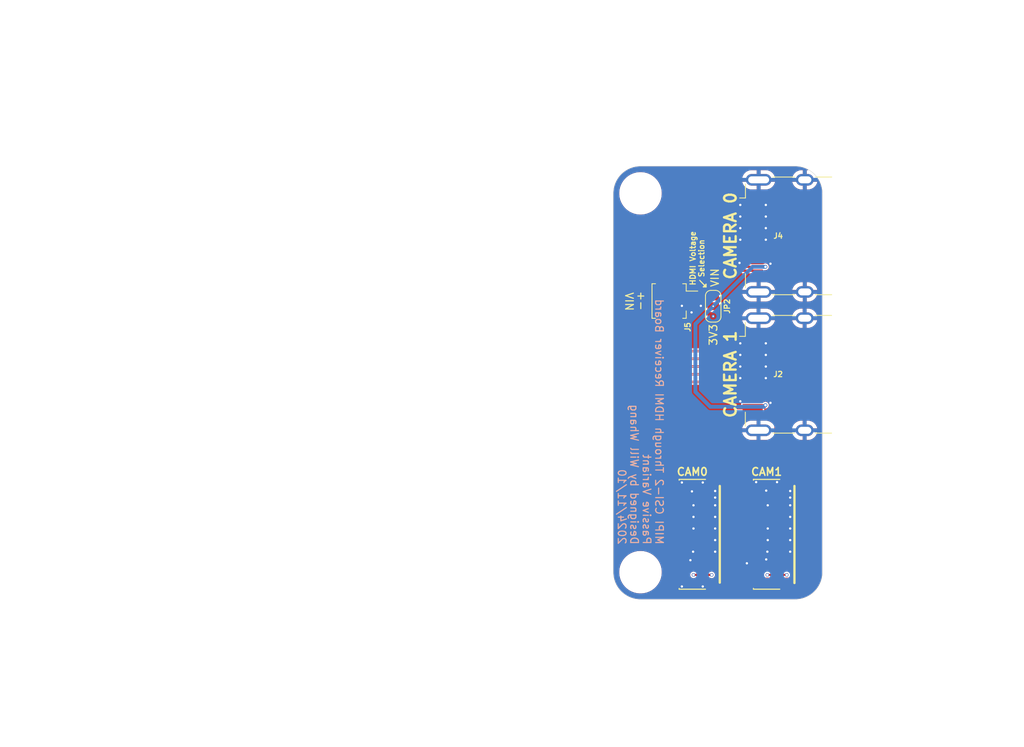
<source format=kicad_pcb>
(kicad_pcb (version 20240108) (generator "pcbnew") (generator_version "8.0")
  (layers (0 "F.Cu" signal) (1 "In1.Cu" signal) (2 "In2.Cu" signal) (31 "B.Cu" signal) (34 "B.Paste" user) (35 "F.Paste" user) (36 "B.SilkS" user "B.Silkscreen") (37 "F.SilkS" user "F.Silkscreen") (38 "B.Mask" user) (39 "F.Mask" user) (44 "Edge.Cuts" user))
  (net 0 "")
  (net 1 "GND")
  (net 2 "+3V3")
  (net 3 "CAM_D0_P")
  (net 4 "CAM_CLK_P")
  (net 5 "CAM_D3_N")
  (net 6 "CAM_CLK_N")
  (net 7 "CAM_D3_P")
  (net 8 "CAM_D2_N")
  (net 9 "CAM_D1_P")
  (net 10 "CAM_D0_N")
  (net 11 "CAM_D1_N")
  (net 12 "CAM_D2_P")
  (net 13 "SDA_3V3")
  (net 14 "SCL_3V3")
  (net 15 "CAM_EN")
  (net 18 "CAM2_D0_N")
  (net 19 "CAM2_D0_P")
  (net 20 "CAM2_D2_P")
  (net 21 "CAM2_D1_N")
  (net 22 "CAM2_D3_N")
  (net 23 "CAM2_CLK_P")
  (net 24 "CAM2_D2_N")
  (net 25 "CAM2_D3_P")
  (net 26 "CAM2_CLK_N")
  (net 27 "CAM2_D1_P")
  (net 28 "CAM2_EN")
  (net 29 "SCL2_3V3")
  (net 30 "SDA2_3V3")
  (net 31 "Net-(J2-+5V)")
  (net 32 "VCC")
  (footprint "Connector_Video:HDMI_A_Molex_208658-1001_Horizontal" (layer "F.Cu") (at 164.8 84.5)
    (property "Reference" "J4")
    (property "Value" "HDMI_A_1.4")
  )
  (footprint "LOGO" (layer "F.Cu") (at 132.186857 100.7)
    (property "Reference" "G***" (hide yes))
    (property "Value" "LOGO" (hide yes))
  )
  (footprint "Connector_Molex:Molex_PicoBlade_53261-0271_1x02-1MP_P1.25mm_Horizontal" (layer "F.Cu") (at 151.2 92.925 -90)
    (property "Reference" "J5")
    (property "Value" "Conn_01x02_Shielded" (hide yes))
  )
  (footprint "footprints:TF3822S05SV830" (layer "F.Cu") (at 152 123.1 90)
    (property "Reference" "J1" (hide yes))
    (property "Value" "Conn_01x22_Shielded" (hide yes))
  )
  (footprint "Connector_Video:HDMI_A_Molex_208658-1001_Horizontal" (layer "F.Cu") (at 164.785 102.4)
    (property "Reference" "J2")
    (property "Value" "HDMI_A_1.4")
  )
  (footprint "MountingHole:MountingHole_2.7mm_M2.5" (layer "F.Cu") (at 147 79)
    (property "Reference" "H1" (hide yes))
    (property "Value" "MountingHole")
  )
  (footprint "MountingHole:MountingHole_2.7mm_M2.5" (layer "F.Cu") (at 147 128)
    (property "Reference" "H2" (hide yes))
    (property "Value" "MountingHole")
  )
  (footprint "footprints:TF3822S05SV830" (layer "F.Cu") (at 161.6 123.1 90)
    (property "Reference" "J3" (hide yes))
    (property "Value" "Conn_01x22_Shielded" (hide yes))
  )
  (footprint "Jumper:SolderJumper-3_P1.3mm_Open_RoundedPad1.0x1.5mm_NumberLabels" (layer "F.Cu") (at 156.4 93.6 90)
    (property "Reference" "JP2")
    (property "Value" "SolderJumper_3_Open" (hide yes))
  )
  (gr_line (start 157.25 116.85) (end 157.25 129.35) (stroke (width 0.3)) (layer "F.SilkS"))
  (gr_line (start 155.475 90.75) (end 155.125 91.1) (stroke (width 0.15)) (layer "F.SilkS"))
  (gr_line (start 154.65 90.25) (end 155.475 91.1) (stroke (width 0.15)) (layer "F.SilkS"))
  (gr_line (start 155.475 91.1) (end 155.475 90.75) (stroke (width 0.15)) (layer "F.SilkS"))
  (gr_line (start 166.9 116.85) (end 166.9 129.4) (stroke (width 0.3)) (layer "F.SilkS"))
  (gr_line (start 155.125 91.1) (end 155.475 91.1) (stroke (width 0.15)) (layer "F.SilkS"))
  (gr_line (start 143.5 79) (end 143.5 128) (stroke (width 0.05)) (layer "Edge.Cuts"))
  (gr_line (start 170.5 79) (end 170.5 128) (stroke (width 0.05)) (layer "Edge.Cuts"))
  (gr_line (start 147 75.5) (end 167 75.5) (stroke (width 0.05)) (layer "Edge.Cuts"))
  (gr_arc (start 170.5 128) (mid 169.474874 130.474874) (end 167 131.5) (stroke (width 0.05)) (layer "Edge.Cuts"))
  (gr_arc (start 147 131.5) (mid 144.525126 130.474874) (end 143.5 128) (stroke (width 0.05)) (layer "Edge.Cuts"))
  (gr_line (start 147 131.5) (end 167 131.5) (stroke (width 0.05)) (layer "Edge.Cuts"))
  (gr_arc (start 143.5 79) (mid 144.525126 76.525126) (end 147 75.5) (stroke (width 0.05)) (layer "Edge.Cuts"))
  (gr_arc (start 167 75.5) (mid 169.474874 76.525126) (end 170.5 79) (stroke (width 0.05)) (layer "Edge.Cuts"))
  (gr_text "MIPI CSI-2 Through HDMI Receiver Board\nPassive Variant\nDesigned by Will Whang\n2024/11/10" (at 144 124.5 270) (layer "B.SilkS") (effects (font (size 1 1)) (justify left bottom mirror)))
  (gr_text "CAMERA 0" (at 159.5 84.5 90) (layer "F.SilkS") (effects (font (size 1.5 1.5) (thickness 0.3) (bold yes)) (justify bottom)))
  (gr_text "-" (at 147.55 94.25 90) (layer "F.SilkS") (effects (font (size 1 1)) (justify left bottom)))
  (gr_text "CAMERA 1" (at 159.5 102.4 90) (layer "F.SilkS") (effects (font (size 1.5 1.5) (thickness 0.3) (bold yes)) (justify bottom)))
  (gr_text "VIN" (at 144.95 93 -90) (layer "F.SilkS") (effects (font (size 1 1)) (justify bottom)))
  (gr_text "+" (at 147.55 93 90) (layer "F.SilkS") (effects (font (size 1 1)) (justify left bottom)))
  (gr_text "VIN" (at 157.2 89.9 90) (layer "F.SilkS") (effects (font (size 1 1)) (justify bottom)))
  (gr_text "CAM1" (at 163.3 115.6 0) (layer "F.SilkS") (effects (font (size 1 1) (thickness 0.2) (bold yes)) (justify bottom)))
  (gr_text "CAM0" (at 153.7 115.6 0) (layer "F.SilkS") (effects (font (size 1 1) (thickness 0.2) (bold yes)) (justify bottom)))
  (gr_text "3V3" (at 157 97.3 90) (layer "F.SilkS") (effects (font (size 1 1)) (justify bottom)))
  (gr_text "HDMI Voltage\nSelection" (at 155.3 87.4 90) (layer "F.SilkS") (effects (font (size 0.7 0.7)) (justify bottom)))
  (via (at 156.65 117.5) (size 0.45) (drill 0.3) (layers "F.Cu" "B.Cu") (net 1))
  (via (at 163.2 80.5) (size 0.45) (drill 0.3) (layers "F.Cu" "B.Cu") (net 1))
  (via (at 163.2 102.9) (size 0.45) (drill 0.3) (layers "F.Cu" "B.Cu") (net 1))
  (via (at 156.65 118.35) (size 0.45) (drill 0.3) (layers "F.Cu" "B.Cu") (net 1))
  (via (at 166.35 117.5) (size 0.45) (drill 0.3) (layers "F.Cu" "B.Cu") (net 1))
  (via (at 156.65 119.35) (size 0.45) (drill 0.3) (layers "F.Cu" "B.Cu") (net 1))
  (via (at 154.8 93.55) (size 0.45) (drill 0.3) (layers "F.Cu" "B.Cu") (net 1))
  (via (at 153.65 117.55) (size 0.45) (drill 0.3) (layers "F.Cu" "B.Cu") (net 1))
  (via (at 163.8 88.1) (size 0.45) (drill 0.3) (layers "F.Cu" "B.Cu") (net 1))
  (via (at 161.95 116.35) (size 0.45) (drill 0.3) (layers "F.Cu" "B.Cu") (net 1))
  (via (at 153.8 125.35) (size 0.45) (drill 0.3) (layers "F.Cu" "B.Cu") (net 1))
  (via (at 159.9 99.9) (size 0.45) (drill 0.3) (layers "F.Cu" "B.Cu") (net 1))
  (via (at 159.9 101.4) (size 0.45) (drill 0.3) (layers "F.Cu" "B.Cu") (net 1))
  (via (at 160.75 126.85) (size 0.45) (drill 0.3) (layers "F.Cu" "B.Cu") (net 1))
  (via (at 163.25 117.45) (size 0.45) (drill 0.3) (layers "F.Cu" "B.Cu") (net 1))
  (via (at 155.05 129.85) (size 0.45) (drill 0.3) (layers "F.Cu" "B.Cu") (net 1))
  (via (at 159.9 105.9) (size 0.45) (drill 0.3) (layers "F.Cu" "B.Cu") (net 1))
  (via (at 153.85 120.85) (size 0.45) (drill 0.3) (layers "F.Cu" "B.Cu") (net 1))
  (via (at 163.45 119.35) (size 0.45) (drill 0.3) (layers "F.Cu" "B.Cu") (net 1))
  (via (at 153.45 126.45) (size 0.45) (drill 0.3) (layers "F.Cu" "B.Cu") (net 1))
  (via (at 163.25 126.35) (size 0.45) (drill 0.3) (layers "F.Cu" "B.Cu") (net 1))
  (via (at 163.2 98.4) (size 0.45) (drill 0.3) (layers "F.Cu" "B.Cu") (net 1))
  (via (at 163.45 122.35) (size 0.45) (drill 0.3) (layers "F.Cu" "B.Cu") (net 1))
  (via (at 163.2 99.9) (size 0.45) (drill 0.3) (layers "F.Cu" "B.Cu") (net 1))
  (via (at 152.35 116.4) (size 0.45) (drill 0.3) (layers "F.Cu" "B.Cu") (net 1))
  (via (at 155.05 116.4) (size 0.45) (drill 0.3) (layers "F.Cu" "B.Cu") (net 1))
  (via (at 152.35 93.55) (size 0.45) (drill 0.3) (layers "F.Cu" "B.Cu") (net 1))
  (via (at 156.65 120.85) (size 0.45) (drill 0.3) (layers "F.Cu" "B.Cu") (net 1))
  (via (at 163.45 123.85) (size 0.45) (drill 0.3) (layers "F.Cu" "B.Cu") (net 1))
  (via (at 159.9 82) (size 0.45) (drill 0.3) (layers "F.Cu" "B.Cu") (net 1))
  (via (at 159.8 88) (size 0.45) (drill 0.3) (layers "F.Cu" "B.Cu") (net 1))
  (via (at 159.9 83.5) (size 0.45) (drill 0.3) (layers "F.Cu" "B.Cu") (net 1))
  (via (at 163.2 101.4) (size 0.45) (drill 0.3) (layers "F.Cu" "B.Cu") (net 1))
  (via (at 166.35 125.35) (size 0.45) (drill 0.3) (layers "F.Cu" "B.Cu") (net 1))
  (via (at 166.35 118.35) (size 0.45) (drill 0.3) (layers "F.Cu" "B.Cu") (net 1))
  (via (at 156.65 125.35) (size 0.45) (drill 0.3) (layers "F.Cu" "B.Cu") (net 1))
  (via (at 152.35 129.85) (size 0.45) (drill 0.3) (layers "F.Cu" "B.Cu") (net 1))
  (via (at 156.65 122.35) (size 0.45) (drill 0.3) (layers "F.Cu" "B.Cu") (net 1))
  (via (at 164.65 116.35) (size 0.45) (drill 0.3) (layers "F.Cu" "B.Cu") (net 1))
  (via (at 153.6 94.4) (size 0.45) (drill 0.3) (layers "F.Cu" "B.Cu") (net 1))
  (via (at 163.2 82) (size 0.45) (drill 0.3) (layers "F.Cu" "B.Cu") (net 1))
  (via (at 166.35 119.35) (size 0.45) (drill 0.3) (layers "F.Cu" "B.Cu") (net 1))
  (via (at 166.35 122.35) (size 0.45) (drill 0.3) (layers "F.Cu" "B.Cu") (net 1))
  (via (at 159.9 80.5) (size 0.45) (drill 0.3) (layers "F.Cu" "B.Cu") (net 1))
  (via (at 166.35 123.85) (size 0.45) (drill 0.3) (layers "F.Cu" "B.Cu") (net 1))
  (via (at 159.9 85) (size 0.45) (drill 0.3) (layers "F.Cu" "B.Cu") (net 1))
  (via (at 163.2 83.5) (size 0.45) (drill 0.3) (layers "F.Cu" "B.Cu") (net 1))
  (via (at 166.35 120.85) (size 0.45) (drill 0.3) (layers "F.Cu" "B.Cu") (net 1))
  (via (at 153.85 122.35) (size 0.45) (drill 0.3) (layers "F.Cu" "B.Cu") (net 1))
  (via (at 163.2 85) (size 0.45) (drill 0.3) (layers "F.Cu" "B.Cu") (net 1))
  (via (at 159.9 98.4) (size 0.45) (drill 0.3) (layers "F.Cu" "B.Cu") (net 1))
  (via (at 156.65 123.85) (size 0.45) (drill 0.3) (layers "F.Cu" "B.Cu") (net 1))
  (via (at 159.9 102.9) (size 0.45) (drill 0.3) (layers "F.Cu" "B.Cu") (net 1))
  (via (at 163.8 106.1) (size 0.45) (drill 0.3) (layers "F.Cu" "B.Cu") (net 1))
  (via (at 163.4 125.35) (size 0.45) (drill 0.3) (layers "F.Cu" "B.Cu") (net 1))
  (via (at 153.85 119.35) (size 0.45) (drill 0.3) (layers "F.Cu" "B.Cu") (net 1))
  (segment (start 153.85 128.35) (end 156.2 128.35) (width 0.25) (layer "F.Cu") (net 2))
  (segment (start 165.9 128.35) (end 163.4 128.35) (width 0.25) (layer "F.Cu") (net 2))
  (via (at 153.85 128.35) (size 0.45) (drill 0.3) (layers "F.Cu" "B.Cu") (net 2))
  (via (at 163.4 128.35) (size 0.45) (drill 0.3) (layers "F.Cu" "B.Cu") (net 2))
  (via (at 156.4 94.9) (size 0.45) (drill 0.2) (layers "F.Cu" "B.Cu") (net 2))
  (via (at 165.9 128.35) (size 0.45) (drill 0.3) (layers "F.Cu" "B.Cu") (net 2))
  (via (at 156.2 128.35) (size 0.45) (drill 0.3) (layers "F.Cu" "B.Cu") (net 2))
  (segment (start 159.225142 112.216563) (end 159.225141 112.216562) (width 0.1) (layer "F.Cu") (net 3))
  (segment (start 155.506039 109.275) (end 156.283578 109.275) (width 0.1) (layer "F.Cu") (net 3))
  (segment (start 155.046039 108.383458) (end 155.046039 108.935) (width 0.1) (layer "F.Cu") (net 3))
  (segment (start 151.906039 109.275) (end 151.633578 109.275) (width 0.1) (layer "F.Cu") (net 3))
  (segment (start 157.593578 103.758578) (end 157.593578 104.958578) (width 0.1) (layer "F.Cu") (net 3))
  (segment (start 154.646039 108.935) (end 154.646039 108.383458) (width 0.1) (layer "F.Cu") (net 3))
  (segment (start 160.25 113.241422) (end 160.25 114.118414) (width 0.1) (layer "F.Cu") (net 3))
  (segment (start 160.25 117.991422) (end 160.708576 118.449998) (width 0.1) (layer "F.Cu") (net 3))
  (segment (start 158.596775 110.129635) (end 158.681628 110.214488) (width 0.1) (layer "F.Cu") (net 3))
  (segment (start 158.376613 111.368034) (end 158.376612 111.368033) (width 0.1) (layer "F.Cu") (net 3))
  (segment (start 156.919971 109.911392) (end 156.990682 109.840681) (width 0.1) (layer "F.Cu") (net 3))
  (segment (start 150.9 108.541422) (end 150.9 103.658578) (width 0.1) (layer "F.Cu") (net 3))
  (segment (start 156.283578 109.699263) (end 156.531063 109.946748) (width 0.1) (layer "F.Cu") (net 3))
  (segment (start 156.283578 109.275) (end 156.283578 109.274999) (width 0.1) (layer "F.Cu") (net 3))
  (segment (start 156.884616 109.946748) (end 156.919971 109.911392) (width 0.1) (layer "F.Cu") (net 3))
  (segment (start 163.129289 118.570711) (end 162.85 118.85) (width 0.1) (layer "F.Cu") (net 3))
  (segment (start 160.29385 111.826676) (end 160.378703 111.911529) (width 0.1) (layer "F.Cu") (net 3))
  (segment (start 159.44533 110.978138) (end 159.530183 111.062991) (width 0.1) (layer "F.Cu") (net 3))
  (segment (start 160.25 114.118414) (end 160.25 117.991422) (width 0.1) (layer "F.Cu") (net 3))
  (segment (start 157.135 103.3) (end 157.593578 103.758578) (width 0.1) (layer "F.Cu") (net 3))
  (segment (start 159.705975 112.216564) (end 160.09586 111.826676) (width 0.1) (layer "F.Cu") (net 3))
  (segment (start 151.258578 103.3) (end 157.135 103.3) (width 0.1) (layer "F.Cu") (net 3))
  (segment (start 158.008917 110.519506) (end 158.398785 110.129635) (width 0.1) (layer "F.Cu") (net 3))
  (segment (start 154.786039 108.243458) (end 154.906039 108.243458) (width 0.1) (layer "F.Cu") (net 3))
  (segment (start 152.986039 109.275) (end 153.106039 109.275) (width 0.1) (layer "F.Cu") (net 3))
  (segment (start 160.073671 113.065092) (end 160.25 113.241422) (width 0.1) (layer "F.Cu") (net 3))
  (segment (start 162.85 118.85) (end 161.95 118.85) (width 0.1) (layer "F.Cu") (net 3))
  (segment (start 158.291758 111.28318) (end 158.376613 111.368034) (width 0.1) (layer "F.Cu") (net 3))
  (segment (start 154.186039 109.275) (end 154.306039 109.275) (width 0.1) (layer "F.Cu") (net 3))
  (segment (start 160.708576 118.449998) (end 163.008576 118.449998) (width 0.1) (layer "F.Cu") (net 3))
  (segment (start 156.990683 109.840683) (end 157.089678 109.741688) (width 0.1) (layer "F.Cu") (net 3))
  (segment (start 159.988816 112.980238) (end 160.073671 113.065092) (width 0.1) (layer "F.Cu") (net 3))
  (segment (start 157.16039 109.670979) (end 157.55025 109.281116) (width 0.1) (layer "F.Cu") (net 3))
  (segment (start 157.089678 109.741688) (end 157.16039 109.670979) (width 0.1) (layer "F.Cu") (net 3))
  (segment (start 156.990682 109.840681) (end 156.990683 109.840683) (width 0.1) (layer "F.Cu") (net 3))
  (segment (start 153.846039 108.383458) (end 153.846039 108.935) (width 0.1) (layer "F.Cu") (net 3))
  (segment (start 153.586039 108.243458) (end 153.706039 108.243458) (width 0.1) (layer "F.Cu") (net 3))
  (segment (start 159.549999 104.4) (end 161.5 104.4) (width 0.1) (layer "F.Cu") (net 3))
  (segment (start 152.646039 108.383458) (end 152.646039 108.935) (width 0.1) (layer "F.Cu") (net 3))
  (segment (start 151.633578 109.275) (end 150.9 108.541422) (width 0.1) (layer "F.Cu") (net 3))
  (segment (start 157.528085 110.519506) (end 157.528083 110.519504) (width 0.1) (layer "F.Cu") (net 3))
  (segment (start 152.246039 108.935) (end 152.246039 108.383458) (width 0.1) (layer "F.Cu") (net 3))
  (segment (start 158.399999 105.55) (end 159.549999 104.4) (width 0.1) (layer "F.Cu") (net 3))
  (segment (start 157.833092 109.563958) (end 157.443231 109.95382) (width 0.1) (layer "F.Cu") (net 3))
  (segment (start 158.857446 111.368035) (end 159.24734 110.978138) (width 0.1) (layer "F.Cu") (net 3))
  (segment (start 153.446039 108.935) (end 153.446039 108.383458) (width 0.1) (layer "F.Cu") (net 3))
  (segment (start 157.74824 109.281116) (end 157.833092 109.365968) (width 0.1) (layer "F.Cu") (net 3))
  (segment (start 158.681628 110.412478) (end 158.291759 110.802348) (width 0.1) (layer "F.Cu") (net 3))
  (segment (start 155.386039 109.275) (end 155.506039 109.275) (width 0.1) (layer "F.Cu") (net 3))
  (segment (start 159.530183 111.260981) (end 159.140288 111.650877) (width 0.1) (layer "F.Cu") (net 3))
  (segment (start 159.140287 112.131709) (end 159.225142 112.216563) (width 0.1) (layer "F.Cu") (net 3))
  (segment (start 152.386039 108.243458) (end 152.506039 108.243458) (width 0.1) (layer "F.Cu") (net 3))
  (segment (start 160.378703 112.109519) (end 159.988817 112.499406) (width 0.1) (layer "F.Cu") (net 3))
  (segment (start 163.008576 118.449998) (end 163.129289 118.570711) (width 0.1) (layer "F.Cu") (net 3))
  (segment (start 150.9 103.658578) (end 151.258578 103.3) (width 0.1) (layer "F.Cu") (net 3))
  (segment (start 158.185 105.55) (end 158.399999 105.55) (width 0.1) (layer "F.Cu") (net 3))
  (segment (start 157.593578 104.958578) (end 158.185 105.55) (width 0.1) (layer "F.Cu") (net 3))
  (segment (start 157.443231 110.434652) (end 157.528085 110.519506) (width 0.1) (layer "F.Cu") (net 3))
  (arc (start 153.446039 108.383458) (mid 153.487044 108.284463) (end 153.586039 108.243458) (width 0.1) (layer "F.Cu") (net 3))
  (arc (start 156.531063 109.946748) (mid 156.70784 110.019971) (end 156.884616 109.946748) (width 0.1) (layer "F.Cu") (net 3))
  (arc (start 157.528083 110.519504) (mid 157.768501 110.61909) (end 158.008917 110.519506) (width 0.1) (layer "F.Cu") (net 3))
  (arc (start 153.706039 108.243458) (mid 153.805034 108.284463) (end 153.846039 108.383458) (width 0.1) (layer "F.Cu") (net 3))
  (arc (start 159.530183 111.062991) (mid 159.571188 111.161986) (end 159.530183 111.260981) (width 0.1) (layer "F.Cu") (net 3))
  (arc (start 159.225141 112.216562) (mid 159.465559 112.316148) (end 159.705975 112.216564) (width 0.1) (layer "F.Cu") (net 3))
  (arc (start 154.646039 108.383458) (mid 154.687044 108.284463) (end 154.786039 108.243458) (width 0.1) (layer "F.Cu") (net 3))
  (arc (start 152.506039 108.243458) (mid 152.605034 108.284463) (end 152.646039 108.383458) (width 0.1) (layer "F.Cu") (net 3))
  (arc (start 158.681628 110.214488) (mid 158.722633 110.313483) (end 158.681628 110.412478) (width 0.1) (layer "F.Cu") (net 3))
  (arc (start 154.306039 109.275) (mid 154.546455 109.175416) (end 154.646039 108.935) (width 0.1) (layer "F.Cu") (net 3))
  (arc (start 155.046039 108.935) (mid 155.145623 109.175416) (end 155.386039 109.275) (width 0.1) (layer "F.Cu") (net 3))
  (arc (start 156.283578 109.274999) (mid 156.298222 109.310355) (end 156.283578 109.34571) (width 0.1) (layer "F.Cu") (net 3))
  (arc (start 159.988817 112.499406) (mid 159.889233 112.739822) (end 159.988816 112.980238) (width 0.1) (layer "F.Cu") (net 3))
  (arc (start 157.833092 109.365968) (mid 157.874097 109.464963) (end 157.833092 109.563958) (width 0.1) (layer "F.Cu") (net 3))
  (arc (start 153.106039 109.275) (mid 153.346455 109.175416) (end 153.446039 108.935) (width 0.1) (layer "F.Cu") (net 3))
  (arc (start 159.24734 110.978138) (mid 159.346335 110.937133) (end 159.44533 110.978138) (width 0.1) (layer "F.Cu") (net 3))
  (arc (start 152.646039 108.935) (mid 152.745623 109.175416) (end 152.986039 109.275) (width 0.1) (layer "F.Cu") (net 3))
  (arc (start 159.140288 111.650877) (mid 159.040704 111.891293) (end 159.140287 112.131709) (width 0.1) (layer "F.Cu") (net 3))
  (arc (start 160.09586 111.826676) (mid 160.194855 111.785671) (end 160.29385 111.826676) (width 0.1) (layer "F.Cu") (net 3))
  (arc (start 151.906039 109.275) (mid 152.146455 109.175416) (end 152.246039 108.935) (width 0.1) (layer "F.Cu") (net 3))
  (arc (start 157.443231 109.95382) (mid 157.343647 110.194236) (end 157.443231 110.434652) (width 0.1) (layer "F.Cu") (net 3))
  (arc (start 158.398785 110.129635) (mid 158.49778 110.08863) (end 158.596775 110.129635) (width 0.1) (layer "F.Cu") (net 3))
  (arc (start 153.846039 108.935) (mid 153.945623 109.175416) (end 154.186039 109.275) (width 0.1) (layer "F.Cu") (net 3))
  (arc (start 156.283578 109.34571) (mid 156.210355 109.522486) (end 156.283578 109.699263) (width 0.1) (layer "F.Cu") (net 3))
  (arc (start 154.906039 108.243458) (mid 155.005034 108.284463) (end 155.046039 108.383458) (width 0.1) (layer "F.Cu") (net 3))
  (arc (start 158.376612 111.368033) (mid 158.61703 111.467619) (end 158.857446 111.368035) (width 0.1) (layer "F.Cu") (net 3))
  (arc (start 160.378703 111.911529) (mid 160.419708 112.010524) (end 160.378703 112.109519) (width 0.1) (layer "F.Cu") (net 3))
  (arc (start 158.291759 110.802348) (mid 158.192175 111.042764) (end 158.291758 111.28318) (width 0.1) (layer "F.Cu") (net 3))
  (arc (start 152.246039 108.383458) (mid 152.287044 108.284463) (end 152.386039 108.243458) (width 0.1) (layer "F.Cu") (net 3))
  (arc (start 157.55025 109.281116) (mid 157.649245 109.240111) (end 157.74824 109.281116) (width 0.1) (layer "F.Cu") (net 3))
  (segment (start 152.946422 112.2) (end 153.346422 112.2) (width 0.1) (layer "F.Cu") (net 4))
  (segment (start 153.596422 111.95) (end 153.596422 111.9) (width 0.1) (layer "F.Cu") (net 4))
  (segment (start 149.759771 109.926193) (end 149.590817 109.757239) (width 0.1) (layer "F.Cu") (net 4))
  (segment (start 156.016422 111.9) (end 156.3 111.9) (width 0.1) (layer "F.Cu") (net 4))
  (segment (start 160.20858 121.450002) (end 163.00858 121.450002) (width 0.1) (layer "F.Cu") (net 4))
  (segment (start 163.129289 121.570711) (end 162.85 121.85) (width 0.1) (layer "F.Cu") (net 4))
  (segment (start 151.733578 111.9) (end 151.816422 111.9) (width 0.1) (layer "F.Cu") (net 4))
  (segment (start 154.096422 111.237805) (end 154.096422 111.7) (width 0.1) (layer "F.Cu") (net 4))
  (segment (start 150.603458 110.76988) (end 150.74972 110.916142) (width 0.1) (layer "F.Cu") (net 4))
  (segment (start 153.776422 111.057805) (end 153.916422 111.057805) (width 0.1) (layer "F.Cu") (net 4))
  (segment (start 153.596422 111.9) (end 153.596422 111.237805) (width 0.1) (layer "F.Cu") (net 4))
  (segment (start 159.549999 100.9) (end 161.5 100.9) (width 0.1) (layer "F.Cu") (net 4))
  (segment (start 150.958578 101.3) (end 159.149999 101.3) (width 0.1) (layer "F.Cu") (net 4))
  (segment (start 154.096422 111.7) (end 154.096422 111.95) (width 0.1) (layer "F.Cu") (net 4))
  (segment (start 163.00858 121.450002) (end 163.129289 121.570711) (width 0.1) (layer "F.Cu") (net 4))
  (segment (start 154.996422 111.95) (end 154.996422 111.9) (width 0.1) (layer "F.Cu") (net 4))
  (segment (start 152.196422 111.52) (end 152.196422 111.208175) (width 0.1) (layer "F.Cu") (net 4))
  (segment (start 155.876422 111.9) (end 156.016422 111.9) (width 0.1) (layer "F.Cu") (net 4))
  (segment (start 156.3 111.9) (end 156.408578 111.9) (width 0.1) (layer "F.Cu") (net 4))
  (segment (start 152.376422 111.028175) (end 152.516422 111.028175) (width 0.1) (layer "F.Cu") (net 4))
  (segment (start 149.759771 109.926193) (end 149.75977 109.926191) (width 0.1) (layer "F.Cu") (net 4))
  (segment (start 152.696422 111.208175) (end 152.696422 111.52) (width 0.1) (layer "F.Cu") (net 4))
  (segment (start 155.176422 111.13708) (end 155.316422 111.13708) (width 0.1) (layer "F.Cu") (net 4))
  (segment (start 149.590817 109.757239) (end 149.590817 102.667761) (width 0.1) (layer "F.Cu") (net 4))
  (segment (start 159 120.241422) (end 160.20858 121.450002) (width 0.1) (layer "F.Cu") (net 4))
  (segment (start 156.408578 111.9) (end 159 114.491422) (width 0.1) (layer "F.Cu") (net 4))
  (segment (start 154.346422 112.2) (end 154.746422 112.2) (width 0.1) (layer "F.Cu") (net 4))
  (segment (start 149.590817 102.667761) (end 150.958578 101.3) (width 0.1) (layer "F.Cu") (net 4))
  (segment (start 159 114.491422) (end 159 120.241422) (width 0.1) (layer "F.Cu") (net 4))
  (segment (start 150.74972 110.916142) (end 151.733578 111.9) (width 0.1) (layer "F.Cu") (net 4))
  (segment (start 162.85 121.85) (end 161.95 121.85) (width 0.1) (layer "F.Cu") (net 4))
  (segment (start 150.457198 109.926192) (end 150.603458 110.072452) (width 0.1) (layer "F.Cu") (net 4))
  (segment (start 152.696422 111.52) (end 152.696422 111.95) (width 0.1) (layer "F.Cu") (net 4))
  (segment (start 159.149999 101.3) (end 159.549999 100.9) (width 0.1) (layer "F.Cu") (net 4))
  (segment (start 155.496422 111.31708) (end 155.496422 111.52) (width 0.1) (layer "F.Cu") (net 4))
  (segment (start 154.996422 111.9) (end 154.996422 111.31708) (width 0.1) (layer "F.Cu") (net 4))
  (arc (start 153.916422 111.057805) (mid 154.043701 111.110526) (end 154.096422 111.237805) (width 0.1) (layer "F.Cu") (net 4))
  (arc (start 151.816422 111.9) (mid 152.085123 111.788701) (end 152.196422 111.52) (width 0.1) (layer "F.Cu") (net 4))
  (arc (start 150.603458 110.072452) (mid 150.646389 110.176099) (end 150.603459 110.279746) (width 0.1) (layer "F.Cu") (net 4))
  (arc (start 154.996422 111.31708) (mid 155.049143 111.189801) (end 155.176422 111.13708) (width 0.1) (layer "F.Cu") (net 4))
  (arc (start 152.516422 111.028175) (mid 152.643701 111.080896) (end 152.696422 111.208175) (width 0.1) (layer "F.Cu") (net 4))
  (arc (start 155.316422 111.13708) (mid 155.443701 111.189801) (end 155.496422 111.31708) (width 0.1) (layer "F.Cu") (net 4))
  (arc (start 150.603459 110.279746) (mid 150.501948 110.524812) (end 150.603458 110.76988) (width 0.1) (layer "F.Cu") (net 4))
  (arc (start 154.096422 111.95) (mid 154.169645 112.126777) (end 154.346422 112.2) (width 0.1) (layer "F.Cu") (net 4))
  (arc (start 155.496422 111.52) (mid 155.607721 111.788701) (end 155.876422 111.9) (width 0.1) (layer "F.Cu") (net 4))
  (arc (start 153.346422 112.2) (mid 153.523199 112.126777) (end 153.596422 111.95) (width 0.1) (layer "F.Cu") (net 4))
  (arc (start 153.596422 111.237805) (mid 153.649143 111.110526) (end 153.776422 111.057805) (width 0.1) (layer "F.Cu") (net 4))
  (arc (start 152.196422 111.208175) (mid 152.249143 111.080896) (end 152.376422 111.028175) (width 0.1) (layer "F.Cu") (net 4))
  (arc (start 150.249906 109.926192) (mid 150.353552 109.88326) (end 150.457198 109.926192) (width 0.1) (layer "F.Cu") (net 4))
  (arc (start 149.75977 109.926191) (mid 150.00484 110.027703) (end 150.249906 109.926192) (width 0.1) (layer "F.Cu") (net 4))
  (arc (start 152.696422 111.95) (mid 152.769645 112.126777) (end 152.946422 112.2) (width 0.1) (layer "F.Cu") (net 4))
  (arc (start 154.746422 112.2) (mid 154.923199 112.126777) (end 154.996422 111.95) (width 0.1) (layer "F.Cu") (net 4))
  (segment (start 148.75 110.383578) (end 148.75 102.141422) (width 0.1) (layer "F.Cu") (net 5))
  (segment (start 163.45 124.35) (end 163.370711 124.429289) (width 0.1) (layer "F.Cu") (net 5))
  (segment (start 157.735 99.5) (end 158.735 98.5) (width 0.1) (layer "F.Cu") (net 5))
  (segment (start 157.9 115.308578) (end 156.291422 113.7) (width 0.1) (layer "F.Cu") (net 5))
  (segment (start 159.893016 123.319535) (end 159.800981 123.411569) (width 0.1) (layer "F.Cu") (net 5))
  (segment (start 160.441424 124.250002) (end 160.04847 123.857048) (width 0.1) (layer "F.Cu") (net 5))
  (segment (start 160.04847 123.659058) (end 160.140504 123.567023) (width 0.1) (layer "F.Cu") (net 5))
  (segment (start 156.291422 113.7) (end 152.066422 113.7) (width 0.1) (layer "F.Cu") (net 5))
  (segment (start 159.149999 98.5) (end 159.549999 98.9) (width 0.1) (layer "F.Cu") (net 5))
  (segment (start 159.602991 123.411569) (end 159.553495 123.362073) (width 0.1) (layer "F.Cu") (net 5))
  (segment (start 159.553495 123.362073) (end 159.275 123.083578) (width 0.1) (layer "F.Cu") (net 5))
  (segment (start 164.65 124.35) (end 163.45 124.35) (width 0.1) (layer "F.Cu") (net 5))
  (segment (start 152.066422 113.7) (end 148.75 110.383578) (width 0.1) (layer "F.Cu") (net 5))
  (segment (start 148.75 102.141422) (end 151.391422 99.5) (width 0.1) (layer "F.Cu") (net 5))
  (segment (start 160.140504 123.369033) (end 160.091006 123.319535) (width 0.1) (layer "F.Cu") (net 5))
  (segment (start 159.549999 98.9) (end 161.5 98.9) (width 0.1) (layer "F.Cu") (net 5))
  (segment (start 158.735 98.5) (end 159.149999 98.5) (width 0.1) (layer "F.Cu") (net 5))
  (segment (start 151.391422 99.5) (end 157.735 99.5) (width 0.1) (layer "F.Cu") (net 5))
  (segment (start 163.370711 124.429289) (end 163.191424 124.250002) (width 0.1) (layer "F.Cu") (net 5))
  (segment (start 163.191424 124.250002) (end 160.441424 124.250002) (width 0.1) (layer "F.Cu") (net 5))
  (segment (start 159.275 123.083578) (end 157.9 121.708578) (width 0.1) (layer "F.Cu") (net 5))
  (segment (start 157.9 121.708578) (end 157.9 115.308578) (width 0.1) (layer "F.Cu") (net 5))
  (arc (start 160.04847 123.857048) (mid 160.007465 123.758053) (end 160.04847 123.659058) (width 0.1) (layer "F.Cu") (net 5))
  (arc (start 160.140504 123.567023) (mid 160.181509 123.468028) (end 160.140504 123.369033) (width 0.1) (layer "F.Cu") (net 5))
  (arc (start 159.800981 123.411569) (mid 159.701986 123.452574) (end 159.602991 123.411569) (width 0.1) (layer "F.Cu") (net 5))
  (arc (start 160.091006 123.319535) (mid 159.992011 123.27853) (end 159.893016 123.319535) (width 0.1) (layer "F.Cu") (net 5))
  (segment (start 151.996422 111.52) (end 151.996422 111.208175) (width 0.1) (layer "F.Cu") (net 6))
  (segment (start 159.8504 120.572648) (end 159.845372 120.577675) (width 0.1) (layer "F.Cu") (net 6))
  (segment (start 152.896422 111.52) (end 152.896422 111.95) (width 0.1) (layer "F.Cu") (net 6))
  (segment (start 159.2 114.408578) (end 156.491422 111.7) (width 0.1) (layer "F.Cu") (net 6))
  (segment (start 164.65 121.35) (end 163.35 121.35) (width 0.1) (layer "F.Cu") (net 6))
  (segment (start 149.901193 109.784771) (end 149.901191 109.78477) (width 0.1) (layer "F.Cu") (net 6))
  (segment (start 155.876422 111.7) (end 156.016422 111.7) (width 0.1) (layer "F.Cu") (net 6))
  (segment (start 163.270711 121.429289) (end 163.091424 121.250002) (width 0.1) (layer "F.Cu") (net 6))
  (segment (start 153.396422 111.95) (end 153.396422 111.9) (width 0.1) (layer "F.Cu") (net 6))
  (segment (start 154.796422 111.95) (end 154.796422 111.9) (width 0.1) (layer "F.Cu") (net 6))
  (segment (start 159.56253 120.521108) (end 159.495711 120.454289) (width 0.1) (layer "F.Cu") (net 6))
  (segment (start 163.35 121.35) (end 163.270711 121.429289) (width 0.1) (layer "F.Cu") (net 6))
  (segment (start 153.776422 110.857805) (end 153.916422 110.857805) (width 0.1) (layer "F.Cu") (net 6))
  (segment (start 152.376422 110.828175) (end 152.516422 110.828175) (width 0.1) (layer "F.Cu") (net 6))
  (segment (start 159.549999 101.9) (end 161.5 101.9) (width 0.1) (layer "F.Cu") (net 6))
  (segment (start 160.291424 121.250002) (end 160.128216 121.086794) (width 0.1) (layer "F.Cu") (net 6))
  (segment (start 150.744881 110.62846) (end 150.891142 110.77472) (width 0.1) (layer "F.Cu") (net 6))
  (segment (start 160.133243 120.629217) (end 160.076674 120.572648) (width 0.1) (layer "F.Cu") (net 6))
  (segment (start 149.790817 109.674395) (end 149.790817 102.750605) (width 0.1) (layer "F.Cu") (net 6))
  (segment (start 152.896422 111.208175) (end 152.896422 111.52) (width 0.1) (layer "F.Cu") (net 6))
  (segment (start 151.041422 101.5) (end 159.149999 101.5) (width 0.1) (layer "F.Cu") (net 6))
  (segment (start 152.946422 112) (end 153.346422 112) (width 0.1) (layer "F.Cu") (net 6))
  (segment (start 156.491422 111.7) (end 156.3 111.7) (width 0.1) (layer "F.Cu") (net 6))
  (segment (start 150.598621 109.784772) (end 150.744881 109.931032) (width 0.1) (layer "F.Cu") (net 6))
  (segment (start 154.296422 111.7) (end 154.296422 111.95) (width 0.1) (layer "F.Cu") (net 6))
  (segment (start 159.619098 120.577675) (end 159.56253 120.521108) (width 0.1) (layer "F.Cu") (net 6))
  (segment (start 155.176422 110.93708) (end 155.316422 110.93708) (width 0.1) (layer "F.Cu") (net 6))
  (segment (start 154.296422 111.237805) (end 154.296422 111.7) (width 0.1) (layer "F.Cu") (net 6))
  (segment (start 159.495711 120.454289) (end 159.2 120.158578) (width 0.1) (layer "F.Cu") (net 6))
  (segment (start 149.790817 102.750605) (end 151.041422 101.5) (width 0.1) (layer "F.Cu") (net 6))
  (segment (start 159.149999 101.5) (end 159.549999 101.9) (width 0.1) (layer "F.Cu") (net 6))
  (segment (start 163.091424 121.250002) (end 160.291424 121.250002) (width 0.1) (layer "F.Cu") (net 6))
  (segment (start 153.396422 111.9) (end 153.396422 111.237805) (width 0.1) (layer "F.Cu") (net 6))
  (segment (start 154.796422 111.9) (end 154.796422 111.31708) (width 0.1) (layer "F.Cu") (net 6))
  (segment (start 149.901193 109.784771) (end 149.790817 109.674395) (width 0.1) (layer "F.Cu") (net 6))
  (segment (start 159.2 120.158578) (end 159.2 114.408578) (width 0.1) (layer "F.Cu") (net 6))
  (segment (start 156.016422 111.7) (end 156.3 111.7) (width 0.1) (layer "F.Cu") (net 6))
  (segment (start 150.891142 110.77472) (end 151.816422 111.7) (width 0.1) (layer "F.Cu") (net 6))
  (segment (start 160.128216 120.860519) (end 160.133243 120.855491) (width 0.1) (layer "F.Cu") (net 6))
  (segment (start 155.696422 111.31708) (end 155.696422 111.52) (width 0.1) (layer "F.Cu") (net 6))
  (segment (start 154.346422 112) (end 154.746422 112) (width 0.1) (layer "F.Cu") (net 6))
  (arc (start 150.744881 109.931032) (mid 150.846391 110.1761) (end 150.744881 110.421168) (width 0.1) (layer "F.Cu") (net 6))
  (arc (start 153.396422 111.237805) (mid 153.507721 110.969104) (end 153.776422 110.857805) (width 0.1) (layer "F.Cu") (net 6))
  (arc (start 151.816422 111.7) (mid 151.943701 111.647279) (end 151.996422 111.52) (width 0.1) (layer "F.Cu") (net 6))
  (arc (start 160.133243 120.855491) (mid 160.180106 120.742354) (end 160.133243 120.629217) (width 0.1) (layer "F.Cu") (net 6))
  (arc (start 160.128216 121.086794) (mid 160.081352 120.973657) (end 160.128216 120.860519) (width 0.1) (layer "F.Cu") (net 6))
  (arc (start 149.901191 109.78477) (mid 150.00484 109.827703) (end 150.108485 109.784771) (width 0.1) (layer "F.Cu") (net 6))
  (arc (start 154.296422 111.95) (mid 154.311067 111.985355) (end 154.346422 112) (width 0.1) (layer "F.Cu") (net 6))
  (arc (start 152.896422 111.95) (mid 152.911067 111.985355) (end 152.946422 112) (width 0.1) (layer "F.Cu") (net 6))
  (arc (start 150.108485 109.784771) (mid 150.353553 109.683262) (end 150.598621 109.784772) (width 0.1) (layer "F.Cu") (net 6))
  (arc (start 159.845372 120.577675) (mid 159.732235 120.624538) (end 159.619098 120.577675) (width 0.1) (layer "F.Cu") (net 6))
  (arc (start 151.996422 111.208175) (mid 152.107721 110.939474) (end 152.376422 110.828175) (width 0.1) (layer "F.Cu") (net 6))
  (arc (start 153.916422 110.857805) (mid 154.185123 110.969104) (end 154.296422 111.237805) (width 0.1) (layer "F.Cu") (net 6))
  (arc (start 155.696422 111.52) (mid 155.749143 111.647279) (end 155.876422 111.7) (width 0.1) (layer "F.Cu") (net 6))
  (arc (start 160.076674 120.572648) (mid 159.963537 120.525785) (end 159.8504 120.572648) (width 0.1) (layer "F.Cu") (net 6))
  (arc (start 150.744881 110.421168) (mid 150.701949 110.524814) (end 150.744881 110.62846) (width 0.1) (layer "F.Cu") (net 6))
  (arc (start 154.746422 112) (mid 154.781777 111.985355) (end 154.796422 111.95) (width 0.1) (layer "F.Cu") (net 6))
  (arc (start 155.316422 110.93708) (mid 155.585123 111.048379) (end 155.696422 111.31708) (width 0.1) (layer "F.Cu") (net 6))
  (arc (start 154.796422 111.31708) (mid 154.907721 111.048379) (end 155.176422 110.93708) (width 0.1) (layer "F.Cu") (net 6))
  (arc (start 152.516422 110.828175) (mid 152.785123 110.939474) (end 152.896422 111.208175) (width 0.1) (layer "F.Cu") (net 6))
  (arc (start 153.346422 112) (mid 153.381777 111.985355) (end 153.396422 111.95) (width 0.1) (layer "F.Cu") (net 6))
  (segment (start 151.983578 113.9) (end 148.55 110.466422) (width 0.1) (layer "F.Cu") (net 7))
  (segment (start 159.549999 97.9) (end 161.5 97.9) (width 0.1) (layer "F.Cu") (net 7))
  (segment (start 162.95 124.85) (end 163.229289 124.570711) (width 0.1) (layer "F.Cu") (net 7))
  (segment (start 160.35858 124.450002) (end 157.7 121.791422) (width 0.1) (layer "F.Cu") (net 7))
  (segment (start 148.55 102.058578) (end 151.308578 99.3) (width 0.1) (layer "F.Cu") (net 7))
  (segment (start 161.95 124.85) (end 162.95 124.85) (width 0.1) (layer "F.Cu") (net 7))
  (segment (start 157.7 121.791422) (end 157.7 115.391422) (width 0.1) (layer "F.Cu") (net 7))
  (segment (start 157.7 115.391422) (end 156.208578 113.9) (width 0.1) (layer "F.Cu") (net 7))
  (segment (start 151.308578 99.3) (end 157.652156 99.3) (width 0.1) (layer "F.Cu") (net 7))
  (segment (start 158.652156 98.3) (end 159.149999 98.3) (width 0.1) (layer "F.Cu") (net 7))
  (segment (start 148.55 110.466422) (end 148.55 102.058578) (width 0.1) (layer "F.Cu") (net 7))
  (segment (start 163.229289 124.570711) (end 163.10858 124.450002) (width 0.1) (layer "F.Cu") (net 7))
  (segment (start 157.652156 99.3) (end 158.652156 98.3) (width 0.1) (layer "F.Cu") (net 7))
  (segment (start 163.10858 124.450002) (end 160.35858 124.450002) (width 0.1) (layer "F.Cu") (net 7))
  (segment (start 156.208578 113.9) (end 151.983578 113.9) (width 0.1) (layer "F.Cu") (net 7))
  (segment (start 159.149999 98.3) (end 159.549999 97.9) (width 0.1) (layer "F.Cu") (net 7))
  (segment (start 161.95 122.85) (end 162.85 122.85) (width 0.1) (layer "F.Cu") (net 8))
  (segment (start 160.89142 123.249998) (end 160.484598 122.843176) (width 0.1) (layer "F.Cu") (net 8))
  (segment (start 152.486422 112.93) (end 152.486422 112.777253) (width 0.1) (layer "F.Cu") (net 8))
  (segment (start 158.235 100.5) (end 151.241422 100.5) (width 0.1) (layer "F.Cu") (net 8))
  (segment (start 154.686422 112.93) (end 154.686422 112.777243) (width 0.1) (layer "F.Cu") (net 8))
  (segment (start 156.704145 113.05) (end 156.791422 113.05) (width 0.1) (layer "F.Cu") (net 8))
  (segment (start 153.906422 112.457251) (end 154.016422 112.457251) (width 0.1) (layer "F.Cu") (net 8))
  (segment (start 149.3 102.441422) (end 149.3 109.983578) (width 0.1) (layer "F.Cu") (net 8))
  (segment (start 160.52259 122.352634) (end 160.466021 122.296065) (width 0.1) (layer "F.Cu") (net 8))
  (segment (start 154.456422 113.05) (end 154.566422 113.05) (width 0.1) (layer "F.Cu") (net 8))
  (segment (start 151.693605 112.377183) (end 152.366422 113.05) (width 0.1) (layer "F.Cu") (net 8))
  (segment (start 162.85 122.85) (end 163.129289 123.129289) (width 0.1) (layer "F.Cu") (net 8))
  (segment (start 156.791422 113.05) (end 158.6 114.858578) (width 0.1) (layer "F.Cu") (net 8))
  (segment (start 159.956921 121.786931) (end 159.900352 121.730362) (width 0.1) (layer "F.Cu") (net 8))
  (segment (start 158.735 100) (end 158.235 100.5) (width 0.1) (layer "F.Cu") (net 8))
  (segment (start 159.918912 122.051215) (end 159.956921 122.013205) (width 0.1) (layer "F.Cu") (net 8))
  (segment (start 153.236422 112.777253) (end 153.236422 112.93) (width 0.1) (layer "F.Cu") (net 8))
  (segment (start 159.549999 100.4) (end 159.149999 100) (width 0.1) (layer "F.Cu") (net 8))
  (segment (start 161.5 100.4) (end 159.549999 100.4) (width 0.1) (layer "F.Cu") (net 8))
  (segment (start 158.6 120.958578) (end 159.025 121.383578) (width 0.1) (layer "F.Cu") (net 8))
  (segment (start 155.006422 112.457243) (end 155.116422 112.457243) (width 0.1) (layer "F.Cu") (net 8))
  (segment (start 153.586422 112.93) (end 153.586422 112.777251) (width 0.1) (layer "F.Cu") (net 8))
  (segment (start 153.356422 113.05) (end 153.466422 113.05) (width 0.1) (layer "F.Cu") (net 8))
  (segment (start 163.129289 123.129289) (end 163.00858 123.249998) (width 0.1) (layer "F.Cu") (net 8))
  (segment (start 152.806422 112.457253) (end 152.916422 112.457253) (width 0.1) (layer "F.Cu") (net 8))
  (segment (start 155.666422 113.05) (end 156.704145 113.05) (width 0.1) (layer "F.Cu") (net 8))
  (segment (start 163.00858 123.249998) (end 160.89142 123.249998) (width 0.1) (layer "F.Cu") (net 8))
  (segment (start 160.239747 122.296065) (end 160.201754 122.334057) (width 0.1) (layer "F.Cu") (net 8))
  (segment (start 154.336422 112.777251) (end 154.336422 112.93) (width 0.1) (layer "F.Cu") (net 8))
  (segment (start 158.6 114.858578) (end 158.6 120.958578) (width 0.1) (layer "F.Cu") (net 8))
  (segment (start 159.409794 121.768371) (end 159.353226 121.711804) (width 0.1) (layer "F.Cu") (net 8))
  (segment (start 149.3 109.983578) (end 151.693605 112.377183) (width 0.1) (layer "F.Cu") (net 8))
  (segment (start 159.674078 121.730362) (end 159.636068 121.768371) (width 0.1) (layer "F.Cu") (net 8))
  (segment (start 159.97548 122.334057) (end 159.918912 122.27749) (width 0.1) (layer "F.Cu") (net 8))
  (segment (start 159.353226 121.711804) (end 159.025 121.383578) (width 0.1) (layer "F.Cu") (net 8))
  (segment (start 159.149999 100) (end 158.735 100) (width 0.1) (layer "F.Cu") (net 8))
  (segment (start 160.484598 122.616901) (end 160.52259 122.578908) (width 0.1) (layer "F.Cu") (net 8))
  (segment (start 155.436422 112.777243) (end 155.436422 112.93) (width 0.1) (layer "F.Cu") (net 8))
  (segment (start 151.241422 100.5) (end 149.3 102.441422) (width 0.1) (layer "F.Cu") (net 8))
  (segment (start 155.556422 113.05) (end 155.666422 113.05) (width 0.1) (layer "F.Cu") (net 8))
  (arc (start 160.52259 122.578908) (mid 160.569453 122.465771) (end 160.52259 122.352634) (width 0.1) (layer "F.Cu") (net 8))
  (arc (start 160.484598 122.843176) (mid 160.437734 122.730039) (end 160.484598 122.616901) (width 0.1) (layer "F.Cu") (net 8))
  (arc (start 152.486422 112.777253) (mid 152.580148 112.550979) (end 152.806422 112.457253) (width 0.1) (layer "F.Cu") (net 8))
  (arc (start 155.436422 112.93) (mid 155.471569 113.014853) (end 155.556422 113.05) (width 0.1) (layer "F.Cu") (net 8))
  (arc (start 160.201754 122.334057) (mid 160.088617 122.38092) (end 159.97548 122.334057) (width 0.1) (layer "F.Cu") (net 8))
  (arc (start 154.016422 112.457251) (mid 154.242696 112.550977) (end 154.336422 112.777251) (width 0.1) (layer "F.Cu") (net 8))
  (arc (start 154.566422 113.05) (mid 154.651275 113.014853) (end 154.686422 112.93) (width 0.1) (layer "F.Cu") (net 8))
  (arc (start 154.336422 112.93) (mid 154.371569 113.014853) (end 154.456422 113.05) (width 0.1) (layer "F.Cu") (net 8))
  (arc (start 160.466021 122.296065) (mid 160.352884 122.249202) (end 160.239747 122.296065) (width 0.1) (layer "F.Cu") (net 8))
  (arc (start 153.466422 113.05) (mid 153.551275 113.014853) (end 153.586422 112.93) (width 0.1) (layer "F.Cu") (net 8))
  (arc (start 159.918912 122.27749) (mid 159.872048 122.164353) (end 159.918912 122.051215) (width 0.1) (layer "F.Cu") (net 8))
  (arc (start 153.236422 112.93) (mid 153.271569 113.014853) (end 153.356422 113.05) (width 0.1) (layer "F.Cu") (net 8))
  (arc (start 154.686422 112.777243) (mid 154.780148 112.550969) (end 155.006422 112.457243) (width 0.1) (layer "F.Cu") (net 8))
  (arc (start 159.956921 122.013205) (mid 160.003784 121.900068) (end 159.956921 121.786931) (width 0.1) (layer "F.Cu") (net 8))
  (arc (start 159.636068 121.768371) (mid 159.522931 121.815234) (end 159.409794 121.768371) (width 0.1) (layer "F.Cu") (net 8))
  (arc (start 152.916422 112.457253) (mid 153.142696 112.550979) (end 153.236422 112.777253) (width 0.1) (layer "F.Cu") (net 8))
  (arc (start 153.586422 112.777251) (mid 153.680148 112.550977) (end 153.906422 112.457251) (width 0.1) (layer "F.Cu") (net 8))
  (arc (start 152.366422 113.05) (mid 152.451275 113.014853) (end 152.486422 112.93) (width 0.1) (layer "F.Cu") (net 8))
  (arc (start 159.900352 121.730362) (mid 159.787215 121.683499) (end 159.674078 121.730362) (width 0.1) (layer "F.Cu") (net 8))
  (arc (start 155.116422 112.457243) (mid 155.342696 112.550969) (end 155.436422 112.777243) (width 0.1) (layer "F.Cu") (net 8))
  (segment (start 156.932885 110.782555) (end 156.838284 110.877157) (width 0.1) (layer "F.Cu") (net 9))
  (segment (start 154.413963 110.5) (end 154.533963 110.5) (width 0.1) (layer "F.Cu") (net 9))
  (segment (start 156.576653 111.492338) (end 156.753429 111.669114) (width 0.1) (layer "F.Cu") (net 9))
  (segment (start 161.5 102.4) (end 159.549999 102.4) (width 0.1) (layer "F.Cu") (net 9))
  (segment (start 157.629177 111.316625) (end 157.706958 111.394406) (width 0.1) (layer "F.Cu") (net 9))
  (segment (start 150.2 103.258578) (end 150.2 108.841422) (width 0.1) (layer "F.Cu") (net 9))
  (segment (start 158.924245 112.963118) (end 158.977989 112.909371) (width 0.1) (layer "F.Cu") (net 9))
  (segment (start 158.238352 112.588351) (end 158.238351 112.588351) (width 0.1) (layer "F.Cu") (net 9))
  (segment (start 159.149999 102.8) (end 158.635 102.8) (width 0.1) (layer "F.Cu") (net 9))
  (segment (start 156.590798 110.629671) (end 156.685398 110.535068) (width 0.1) (layer "F.Cu") (net 9))
  (segment (start 152.613963 109.7) (end 152.733963 109.7) (width 0.1) (layer "F.Cu") (net 9))
  (segment (start 157.706958 111.564112) (end 157.531246 111.739825) (width 0.1) (layer "F.Cu") (net 9))
  (segment (start 154.873963 110.16) (end 154.873963 109.84) (width 0.1) (layer "F.Cu") (net 9))
  (segment (start 153.673963 110.16) (end 153.673963 109.84) (width 0.1) (layer "F.Cu") (net 9))
  (segment (start 156.68272 111.032721) (end 156.682719 111.032719) (width 0.1) (layer "F.Cu") (net 9))
  (segment (start 154.073963 109.84) (end 154.073963 110.16) (width 0.1) (layer "F.Cu") (net 9))
  (segment (start 153.813963 109.7) (end 153.933963 109.7) (width 0.1) (layer "F.Cu") (net 9))
  (segment (start 159.225477 113.156859) (end 159.171732 113.210605) (width 0.1) (layer "F.Cu") (net 9))
  (segment (start 163.091424 120.449998) (end 163.270711 120.270711) (width 0.1) (layer "F.Cu") (net 9))
  (segment (start 159.147695 112.909371) (end 159.225477 112.987153) (width 0.1) (layer "F.Cu") (net 9))
  (segment (start 157.213049 111.563047) (end 157.213048 111.563048) (width 0.1) (layer "F.Cu") (net 9))
  (segment (start 158.16764 112.659062) (end 158.132285 112.694417) (width 0.1) (layer "F.Cu") (net 9))
  (segment (start 158.635 102.8) (end 158.135 102.3) (width 0.1) (layer "F.Cu") (net 9))
  (segment (start 163.270711 120.270711) (end 163.35 120.35) (width 0.1) (layer "F.Cu") (net 9))
  (segment (start 158.853533 113.033827) (end 158.924245 112.963118) (width 0.1) (layer "F.Cu") (net 9))
  (segment (start 159.527262 114.018684) (end 159.647358 114.13878) (width 0.1) (layer "F.Cu") (net 9))
  (segment (start 157.460535 111.810536) (end 157.460535 111.810535) (width 0.1) (layer "F.Cu") (net 9))
  (segment (start 158.132285 113.04797) (end 158.309061 113.224746) (width 0.1) (layer "F.Cu") (net 9))
  (segment (start 156.855104 110.535068) (end 156.932885 110.612849) (width 0.1) (layer "F.Cu") (net 9))
  (segment (start 158.768681 113.118679) (end 158.76868 113.11868) (width 0.1) (layer "F.Cu") (net 9))
  (segment (start 156.612008 111.10343) (end 156.576653 111.138785) (width 0.1) (layer "F.Cu") (net 9))
  (segment (start 159.171731 113.663153) (end 159.249513 113.740935) (width 0.1) (layer "F.Cu") (net 9))
  (segment (start 151.858578 110.5) (end 152.133963 110.5) (width 0.1) (layer "F.Cu") (net 9))
  (segment (start 155.613963 110.5) (end 155.733963 110.5) (width 0.1) (layer "F.Cu") (net 9))
  (segment (start 155.894709 110.5) (end 156.008578 110.5) (width 0.1) (layer "F.Cu") (net 9))
  (segment (start 157.920154 112.411574) (end 157.990865 112.340863) (width 0.1) (layer "F.Cu") (net 9))
  (segment (start 158.061576 112.270155) (end 158.229862 112.101866) (width 0.1) (layer "F.Cu") (net 9))
  (segment (start 159.249513 113.740935) (end 159.527262 114.018684) (width 0.1) (layer "F.Cu") (net 9))
  (segment (start 150.2 108.841422) (end 151.858578 110.5) (width 0.1) (layer "F.Cu") (net 9))
  (segment (start 158.69797 113.18939) (end 158.768681 113.118679) (width 0.1) (layer "F.Cu") (net 9))
  (segment (start 155.013963 109.7) (end 155.133963 109.7) (width 0.1) (layer "F.Cu") (net 9))
  (segment (start 157.990864 112.340864) (end 158.061576 112.270155) (width 0.1) (layer "F.Cu") (net 9))
  (segment (start 158.399568 112.101866) (end 158.477349 112.179647) (width 0.1) (layer "F.Cu") (net 9))
  (segment (start 158.662615 113.224746) (end 158.69797 113.18939) (width 0.1) (layer "F.Cu") (net 9))
  (segment (start 158.135 102.3) (end 151.158578 102.3) (width 0.1) (layer "F.Cu") (net 9))
  (segment (start 156.008578 110.5) (end 156.138249 110.629671) (width 0.1) (layer "F.Cu") (net 9))
  (segment (start 157.142338 111.633758) (end 157.213049 111.563047) (width 0.1) (layer "F.Cu") (net 9))
  (segment (start 159.647358 114.13878) (end 159.647358 119.33878) (width 0.1) (layer "F.Cu") (net 9))
  (segment (start 157.28376 111.492339) (end 157.459471 111.316625) (width 0.1) (layer "F.Cu") (net 9))
  (segment (start 159.647358 119.33878) (end 160.758576 120.449998) (width 0.1) (layer "F.Cu") (net 9))
  (segment (start 160.758576 120.449998) (end 163.091424 120.449998) (width 0.1) (layer "F.Cu") (net 9))
  (segment (start 153.213963 110.5) (end 153.333963 110.5) (width 0.1) (layer "F.Cu") (net 9))
  (segment (start 152.473963 110.16) (end 152.473963 109.84) (width 0.1) (layer "F.Cu") (net 9))
  (segment (start 163.35 120.35) (end 164.65 120.35) (width 0.1) (layer "F.Cu") (net 9))
  (segment (start 156.138249 110.629671) (end 156.138248 110.629669) (width 0.1) (layer "F.Cu") (net 9))
  (segment (start 155.273963 109.84) (end 155.273963 110.16) (width 0.1) (layer "F.Cu") (net 9))
  (segment (start 151.158578 102.3) (end 150.2 103.258578) (width 0.1) (layer "F.Cu") (net 9))
  (segment (start 157.389824 111.881246) (end 157.354469 111.916601) (width 0.1) (layer "F.Cu") (net 9))
  (segment (start 157.213048 111.563048) (end 157.28376 111.492339) (width 0.1) (layer "F.Cu") (net 9))
  (segment (start 159.549999 102.4) (end 159.149999 102.8) (width 0.1) (layer "F.Cu") (net 9))
  (segment (start 157.990865 112.340863) (end 157.990864 112.340864) (width 0.1) (layer "F.Cu") (net 9))
  (segment (start 157.106983 111.669114) (end 157.142338 111.633758) (width 0.1) (layer "F.Cu") (net 9))
  (segment (start 157.460535 111.810535) (end 157.389824 111.881246) (width 0.1) (layer "F.Cu") (net 9))
  (segment (start 157.884799 112.44693) (end 157.920154 112.411574) (width 0.1) (layer "F.Cu") (net 9))
  (segment (start 157.354469 112.270154) (end 157.531245 112.44693) (width 0.1) (layer "F.Cu") (net 9))
  (segment (start 157.531246 111.739825) (end 157.460535 111.810536) (width 0.1) (layer "F.Cu") (net 9))
  (segment (start 158.309062 112.517641) (end 158.238352 112.588351) (width 0.1) (layer "F.Cu") (net 9))
  (segment (start 158.76868 113.11868) (end 158.853533 113.033827) (width 0.1) (layer "F.Cu") (net 9))
  (segment (start 156.838284 110.877157) (end 156.68272 111.032721) (width 0.1) (layer "F.Cu") (net 9))
  (segment (start 152.873963 109.84) (end 152.873963 110.16) (width 0.1) (layer "F.Cu") (net 9))
  (segment (start 155.733963 110.5) (end 155.894709 110.5) (width 0.1) (layer "F.Cu") (net 9))
  (segment (start 156.682719 111.032719) (end 156.612008 111.10343) (width 0.1) (layer "F.Cu") (net 9))
  (segment (start 158.238351 112.588351) (end 158.16764 112.659062) (width 0.1) (layer "F.Cu") (net 9))
  (segment (start 158.477349 112.349353) (end 158.309062 112.517641) (width 0.1) (layer "F.Cu") (net 9))
  (arc (start 152.133963 110.5) (mid 152.374379 110.400416) (end 152.473963 110.16) (width 0.1) (layer "F.Cu") (net 9))
  (arc (start 156.576653 111.138785) (mid 156.50343 111.315561) (end 156.576653 111.492338) (width 0.1) (layer "F.Cu") (net 9))
  (arc (start 155.133963 109.7) (mid 155.232958 109.741005) (end 155.273963 109.84) (width 0.1) (layer "F.Cu") (net 9))
  (arc (start 154.533963 110.5) (mid 154.774379 110.400416) (end 154.873963 110.16) (width 0.1) (layer "F.Cu") (net 9))
  (arc (start 156.932885 110.612849) (mid 156.968032 110.697702) (end 156.932885 110.782555) (width 0.1) (layer "F.Cu") (net 9))
  (arc (start 158.977989 112.909371) (mid 159.062842 112.874224) (end 159.147695 112.909371) (width 0.1) (layer "F.Cu") (net 9))
  (arc (start 153.673963 109.84) (mid 153.714968 109.741005) (end 153.813963 109.7) (width 0.1) (layer "F.Cu") (net 9))
  (arc (start 159.225477 112.987153) (mid 159.260624 113.072006) (end 159.225477 113.156859) (width 0.1) (layer "F.Cu") (net 9))
  (arc (start 152.733963 109.7) (mid 152.832958 109.741005) (end 152.873963 109.84) (width 0.1) (layer "F.Cu") (net 9))
  (arc (start 158.132285 112.694417) (mid 158.059062 112.871193) (end 158.132285 113.04797) (width 0.1) (layer "F.Cu") (net 9))
  (arc (start 157.354469 111.916601) (mid 157.281246 112.093377) (end 157.354469 112.270154) (width 0.1) (layer "F.Cu") (net 9))
  (arc (start 156.753429 111.669114) (mid 156.930206 111.742337) (end 157.106983 111.669114) (width 0.1) (layer "F.Cu") (net 9))
  (arc (start 158.477349 112.179647) (mid 158.512496 112.2645) (end 158.477349 112.349353) (width 0.1) (layer "F.Cu") (net 9))
  (arc (start 152.473963 109.84) (mid 152.514968 109.741005) (end 152.613963 109.7) (width 0.1) (layer "F.Cu") (net 9))
  (arc (start 157.706958 111.394406) (mid 157.742105 111.479259) (end 157.706958 111.564112) (width 0.1) (layer "F.Cu") (net 9))
  (arc (start 156.138248 110.629669) (mid 156.364524 110.723397) (end 156.590798 110.629671) (width 0.1) (layer "F.Cu") (net 9))
  (arc (start 154.073963 110.16) (mid 154.173547 110.400416) (end 154.413963 110.5) (width 0.1) (layer "F.Cu") (net 9))
  (arc (start 159.171732 113.210605) (mid 159.078006 113.436879) (end 159.171731 113.663153) (width 0.1) (layer "F.Cu") (net 9))
  (arc (start 153.933963 109.7) (mid 154.032958 109.741005) (end 154.073963 109.84) (width 0.1) (layer "F.Cu") (net 9))
  (arc (start 154.873963 109.84) (mid 154.914968 109.741005) (end 155.013963 109.7) (width 0.1) (layer "F.Cu") (net 9))
  (arc (start 155.273963 110.16) (mid 155.373547 110.400416) (end 155.613963 110.5) (width 0.1) (layer "F.Cu") (net 9))
  (arc (start 157.459471 111.316625) (mid 157.544324 111.281478) (end 157.629177 111.316625) (width 0.1) (layer "F.Cu") (net 9))
  (arc (start 153.333963 110.5) (mid 153.574379 110.400416) (end 153.673963 110.16) (width 0.1) (layer "F.Cu") (net 9))
  (arc (start 152.873963 110.16) (mid 152.973547 110.400416) (end 153.213963 110.5) (width 0.1) (layer "F.Cu") (net 9))
  (arc (start 156.685398 110.535068) (mid 156.770251 110.499921) (end 156.855104 110.535068) (width 0.1) (layer "F.Cu") (net 9))
  (arc (start 157.531245 112.44693) (mid 157.708022 112.520153) (end 157.884799 112.44693) (width 0.1) (layer "F.Cu") (net 9))
  (arc (start 158.229862 112.101866) (mid 158.314715 112.066719) (end 158.399568 112.101866) (width 0.1) (layer "F.Cu") (net 9))
  (arc (start 158.309061 113.224746) (mid 158.485838 113.297969) (end 158.662615 113.224746) (width 0.1) (layer "F.Cu") (net 9))
  (segment (start 160.79142 118.249998) (end 160.711704 118.170282) (width 0.1) (layer "F.Cu") (net 10))
  (segment (start 152.846039 108.383458) (end 152.846039 108.935) (width 0.1) (layer "F.Cu") (net 10))
  (segment (start 157.393578 105.041422) (end 158.102156 105.75) (width 0.1) (layer "F.Cu") (net 10))
  (segment (start 159.549999 106.9) (end 161.5 106.9) (width 0.1) (layer "F.Cu") (net 10))
  (segment (start 156.366422 109.075) (end 156.424999 109.133578) (width 0.1) (layer "F.Cu") (net 10))
  (segment (start 160.617075 117.348578) (end 160.61 117.348578) (width 0.1) (layer "F.Cu") (net 10))
  (segment (start 157.669506 110.378085) (end 157.669504 110.378083) (width 0.1) (layer "F.Cu") (net 10))
  (segment (start 157.584651 110.293231) (end 157.669506 110.378085) (width 0.1) (layer "F.Cu") (net 10))
  (segment (start 160.45 117.188578) (end 160.45 117.108578) (width 0.1) (layer "F.Cu") (net 10))
  (segment (start 163.35 118.35) (end 163.270711 118.429289) (width 0.1) (layer "F.Cu") (net 10))
  (segment (start 154.186039 109.075) (end 154.306039 109.075) (width 0.1) (layer "F.Cu") (net 10))
  (segment (start 164.65 118.35) (end 163.35 118.35) (width 0.1) (layer "F.Cu") (net 10))
  (segment (start 151.716422 109.075) (end 151.1 108.458578) (width 0.1) (layer "F.Cu") (net 10))
  (segment (start 158.716025 111.226614) (end 159.105919 110.836717) (width 0.1) (layer "F.Cu") (net 10))
  (segment (start 156.778549 109.76997) (end 156.84926 109.699259) (width 0.1) (layer "F.Cu") (net 10))
  (segment (start 159.28171 111.990289) (end 159.366563 112.075142) (width 0.1) (layer "F.Cu") (net 10))
  (segment (start 156.743194 109.805326) (end 156.778549 109.76997) (width 0.1) (layer "F.Cu") (net 10))
  (segment (start 158.738198 109.988215) (end 158.823051 110.073068) (width 0.1) (layer "F.Cu") (net 10))
  (segment (start 157.052156 103.5) (end 157.393578 103.841422) (width 0.1) (layer "F.Cu") (net 10))
  (segment (start 160.61 117.748578) (end 160.617075 117.748578) (width 0.1) (layer "F.Cu") (net 10))
  (segment (start 155.246039 108.383458) (end 155.246039 108.935) (width 0.1) (layer "F.Cu") (net 10))
  (segment (start 158.399999 105.75) (end 159.549999 106.9) (width 0.1) (layer "F.Cu") (net 10))
  (segment (start 163.270711 118.429289) (end 163.09142 118.249998) (width 0.1) (layer "F.Cu") (net 10))
  (segment (start 158.518034 111.226613) (end 158.518033 111.226612) (width 0.1) (layer "F.Cu") (net 10))
  (segment (start 159.671605 111.402403) (end 159.28171 111.792299) (width 0.1) (layer "F.Cu") (net 10))
  (segment (start 152.046039 108.935) (end 152.046039 108.383458) (width 0.1) (layer "F.Cu") (net 10))
  (segment (start 152.986039 109.075) (end 153.106039 109.075) (width 0.1) (layer "F.Cu") (net 10))
  (segment (start 159.564554 112.075143) (end 159.954439 111.685255) (width 0.1) (layer "F.Cu") (net 10))
  (segment (start 157.889661 109.139695) (end 157.974513 109.224547) (width 0.1) (layer "F.Cu") (net 10))
  (segment (start 154.786039 108.043458) (end 154.906039 108.043458) (width 0.1) (layer "F.Cu") (net 10))
  (segment (start 160.711704 118.170282) (end 160.45 117.908578) (width 0.1) (layer "F.Cu") (net 10))
  (segment (start 151.1 103.741422) (end 151.341422 103.5) (width 0.1) (layer "F.Cu") (net 10))
  (segment (start 160.777075 117.588578) (end 160.777075 117.508578) (width 0.1) (layer "F.Cu") (net 10))
  (segment (start 160.45 117.108578) (end 160.45 116.33039) (width 0.1) (layer "F.Cu") (net 10))
  (segment (start 157.867496 110.378085) (end 158.257364 109.988214) (width 0.1) (layer "F.Cu") (net 10))
  (segment (start 156.84926 109.699259) (end 156.849262 109.699262) (width 0.1) (layer "F.Cu") (net 10))
  (segment (start 159.586753 110.836718) (end 159.671606 110.921571) (width 0.1) (layer "F.Cu") (net 10))
  (segment (start 158.433181 111.14176) (end 158.518034 111.226613) (width 0.1) (layer "F.Cu") (net 10))
  (segment (start 153.586039 108.043458) (end 153.706039 108.043458) (width 0.1) (layer "F.Cu") (net 10))
  (segment (start 157.974514 109.705381) (end 157.584651 110.095241) (width 0.1) (layer "F.Cu") (net 10))
  (segment (start 160.130239 112.838818) (end 160.215092 112.923671) (width 0.1) (layer "F.Cu") (net 10))
  (segment (start 156.948257 109.600267) (end 157.018966 109.529555) (width 0.1) (layer "F.Cu") (net 10))
  (segment (start 151.906039 109.075) (end 151.716422 109.075) (width 0.1) (layer "F.Cu") (net 10))
  (segment (start 153.246039 108.935) (end 153.246039 108.383458) (width 0.1) (layer "F.Cu") (net 10))
  (segment (start 163.09142 118.249998) (end 160.79142 118.249998) (width 0.1) (layer "F.Cu") (net 10))
  (segment (start 155.386039 109.075) (end 155.506039 109.075) (width 0.1) (layer "F.Cu") (net 10))
  (segment (start 158.102156 105.75) (end 158.399999 105.75) (width 0.1) (layer "F.Cu") (net 10))
  (segment (start 160.435273 111.685256) (end 160.520126 111.770109) (width 0.1) (layer "F.Cu") (net 10))
  (segment (start 152.386039 108.043458) (end 152.506039 108.043458) (width 0.1) (layer "F.Cu") (net 10))
  (segment (start 155.506039 109.075) (end 156.366422 109.075) (width 0.1) (layer "F.Cu") (net 10))
  (segment (start 160.520125 112.250941) (end 160.130239 112.640828) (width 0.1) (layer "F.Cu") (net 10))
  (segment (start 159.366563 112.075142) (end 159.366562 112.075141) (width 0.1) (layer "F.Cu") (net 10))
  (segment (start 157.393578 103.841422) (end 157.393578 105.041422) (width 0.1) (layer "F.Cu") (net 10))
  (segment (start 157.018966 109.529555) (end 157.408829 109.139695) (width 0.1) (layer "F.Cu") (net 10))
  (segment (start 151.1 108.458578) (end 151.1 103.741422) (width 0.1) (layer "F.Cu") (net 10))
  (segment (start 160.215092 112.923671) (end 160.45 113.158578) (width 0.1) (layer "F.Cu") (net 10))
  (segment (start 154.446039 108.935) (end 154.446039 108.383458) (width 0.1) (layer "F.Cu") (net 10))
  (segment (start 158.82305 110.5539) (end 158.433181 110.94377) (width 0.1) (layer "F.Cu") (net 10))
  (segment (start 160.45 113.158578) (end 160.45 114.118414) (width 0.1) (layer "F.Cu") (net 10))
  (segment (start 154.046039 108.383458) (end 154.046039 108.935) (width 0.1) (layer "F.Cu") (net 10))
  (segment (start 156.424999 109.557841) (end 156.672484 109.805326) (width 0.1) (layer "F.Cu") (net 10))
  (segment (start 151.341422 103.5) (end 157.052156 103.5) (width 0.1) (layer "F.Cu") (net 10))
  (segment (start 156.849262 109.699262) (end 156.948257 109.600267) (width 0.1) (layer "F.Cu") (net 10))
  (segment (start 160.45 116.33039) (end 160.45 114.118414) (width 0.1) (layer "F.Cu") (net 10))
  (arc (start 160.520126 111.770109) (mid 160.619709 112.010526) (end 160.520125 112.250941) (width 0.1) (layer "F.Cu") (net 10))
  (arc (start 159.28171 111.792299) (mid 159.240705 111.891294) (end 159.28171 111.990289) (width 0.1) (layer "F.Cu") (net 10))
  (arc (start 152.506039 108.043458) (mid 152.746455 108.143042) (end 152.846039 108.383458) (width 0.1) (layer "F.Cu") (net 10))
  (arc (start 160.130239 112.640828) (mid 160.089234 112.739823) (end 160.130239 112.838818) (width 0.1) (layer "F.Cu") (net 10))
  (arc (start 154.906039 108.043458) (mid 155.146455 108.143042) (end 155.246039 108.383458) (width 0.1) (layer "F.Cu") (net 10))
  (arc (start 160.45 117.908578) (mid 160.496863 117.795441) (end 160.61 117.748578) (width 0.1) (layer "F.Cu") (net 10))
  (arc (start 160.617075 117.748578) (mid 160.730212 117.701715) (end 160.777075 117.588578) (width 0.1) (layer "F.Cu") (net 10))
  (arc (start 158.823051 110.073068) (mid 158.922634 110.313485) (end 158.82305 110.5539) (width 0.1) (layer "F.Cu") (net 10))
  (arc (start 158.433181 110.94377) (mid 158.392176 111.042765) (end 158.433181 111.14176) (width 0.1) (layer "F.Cu") (net 10))
  (arc (start 159.105919 110.836717) (mid 159.346335 110.737133) (end 159.586753 110.836718) (width 0.1) (layer "F.Cu") (net 10))
  (arc (start 157.408829 109.139695) (mid 157.649245 109.040111) (end 157.889661 109.139695) (width 0.1) (layer "F.Cu") (net 10))
  (arc (start 160.777075 117.508578) (mid 160.730212 117.395441) (end 160.617075 117.348578) (width 0.1) (layer "F.Cu") (net 10))
  (arc (start 152.846039 108.935) (mid 152.887044 109.033995) (end 152.986039 109.075) (width 0.1) (layer "F.Cu") (net 10))
  (arc (start 160.61 117.348578) (mid 160.496863 117.301715) (end 160.45 117.188578) (width 0.1) (layer "F.Cu") (net 10))
  (arc (start 158.257364 109.988214) (mid 158.49778 109.88863) (end 158.738198 109.988215) (width 0.1) (layer "F.Cu") (net 10))
  (arc (start 153.706039 108.043458) (mid 153.946455 108.143042) (end 154.046039 108.383458) (width 0.1) (layer "F.Cu") (net 10))
  (arc (start 151.906039 109.075) (mid 152.005034 109.033995) (end 152.046039 108.935) (width 0.1) (layer "F.Cu") (net 10))
  (arc (start 156.424999 109.487131) (mid 156.410354 109.522486) (end 156.424999 109.557841) (width 0.1) (layer "F.Cu") (net 10))
  (arc (start 154.046039 108.935) (mid 154.087044 109.033995) (end 154.186039 109.075) (width 0.1) (layer "F.Cu") (net 10))
  (arc (start 156.424999 109.133578) (mid 156.498222 109.310355) (end 156.424999 109.487131) (width 0.1) (layer "F.Cu") (net 10))
  (arc (start 152.046039 108.383458) (mid 152.145623 108.143042) (end 152.386039 108.043458) (width 0.1) (layer "F.Cu") (net 10))
  (arc (start 155.246039 108.935) (mid 155.287044 109.033995) (end 155.386039 109.075) (width 0.1) (layer "F.Cu") (net 10))
  (arc (start 153.106039 109.075) (mid 153.205034 109.033995) (end 153.246039 108.935) (width 0.1) (layer "F.Cu") (net 10))
  (arc (start 159.954439 111.685255) (mid 160.194855 111.585671) (end 160.435273 111.685256) (width 0.1) (layer "F.Cu") (net 10))
  (arc (start 154.446039 108.383458) (mid 154.545623 108.143042) (end 154.786039 108.043458) (width 0.1) (layer "F.Cu") (net 10))
  (arc (start 156.672484 109.805326) (mid 156.707839 109.819971) (end 156.743194 109.805326) (width 0.1) (layer "F.Cu") (net 10))
  (arc (start 154.306039 109.075) (mid 154.405034 109.033995) (end 154.446039 108.935) (width 0.1) (layer "F.Cu") (net 10))
  (arc (start 157.669504 110.378083) (mid 157.768501 110.41909) (end 157.867496 110.378085) (width 0.1) (layer "F.Cu") (net 10))
  (arc (start 159.671606 110.921571) (mid 159.771189 111.161988) (end 159.671605 111.402403) (width 0.1) (layer "F.Cu") (net 10))
  (arc (start 159.366562 112.075141) (mid 159.465559 112.116148) (end 159.564554 112.075143) (width 0.1) (layer "F.Cu") (net 10))
  (arc (start 157.974513 109.224547) (mid 158.074096 109.464964) (end 157.974514 109.705381) (width 0.1) (layer "F.Cu") (net 10))
  (arc (start 153.246039 108.383458) (mid 153.345623 108.143042) (end 153.586039 108.043458) (width 0.1) (layer "F.Cu") (net 10))
  (arc (start 158.518033 111.226612) (mid 158.61703 111.267619) (end 158.716025 111.226614) (width 0.1) (layer "F.Cu") (net 10))
  (arc (start 157.584651 110.095241) (mid 157.543646 110.194236) (end 157.584651 110.293231) (width 0.1) (layer "F.Cu") (net 10))
  (segment (start 159.847358 114.055936) (end 159.668684 113.877262) (width 0.1) (layer "F.Cu") (net 11))
  (segment (start 152.273963 110.16) (end 152.273963 109.84) (width 0.1) (layer "F.Cu") (net 11))
  (segment (start 157.920154 112.128732) (end 158.088441 111.960445) (width 0.1) (layer "F.Cu") (net 11))
  (segment (start 156.718074 111.350917) (end 156.89485 111.527693) (width 0.1) (layer "F.Cu") (net 11))
  (segment (start 158.618771 112.490776) (end 158.450482 112.659062) (width 0.1) (layer "F.Cu") (net 11))
  (segment (start 153.813963 109.5) (end 153.933963 109.5) (width 0.1) (layer "F.Cu") (net 11))
  (segment (start 150.4 108.758578) (end 151.941422 110.3) (width 0.1) (layer "F.Cu") (net 11))
  (segment (start 159.947364 119.355941) (end 159.890797 119.299375) (width 0.1) (layer "F.Cu") (net 11))
  (segment (start 160.379137 119.150444) (end 160.173639 119.355941) (width 0.1) (layer "F.Cu") (net 11))
  (segment (start 159.890797 119.299375) (end 159.859034 119.267612) (width 0.1) (layer "F.Cu") (net 11))
  (segment (start 156.824142 111.174143) (end 156.82414 111.17414) (width 0.1) (layer "F.Cu") (net 11))
  (segment (start 163.129289 120.129289) (end 163.00858 120.249998) (width 0.1) (layer "F.Cu") (net 11))
  (segment (start 159.847358 119.255936) (end 159.847358 114.055936) (width 0.1) (layer "F.Cu") (net 11))
  (segment (start 163.00858 120.249998) (end 160.84142 120.249998) (width 0.1) (layer "F.Cu") (net 11))
  (segment (start 154.273963 109.84) (end 154.273963 110.16) (width 0.1) (layer "F.Cu") (net 11))
  (segment (start 157.743377 112.305509) (end 157.778732 112.270153) (width 0.1) (layer "F.Cu") (net 11))
  (segment (start 159.289116 112.76795) (end 159.366898 112.845732) (width 0.1) (layer "F.Cu") (net 11))
  (segment (start 157.49589 112.128733) (end 157.672666 112.305509) (width 0.1) (layer "F.Cu") (net 11))
  (segment (start 158.552156 103) (end 158.052156 102.5) (width 0.1) (layer "F.Cu") (net 11))
  (segment (start 157.000916 111.492337) (end 157.071627 111.421626) (width 0.1) (layer "F.Cu") (net 11))
  (segment (start 157.071627 111.421627) (end 157.142338 111.350916) (width 0.1) (layer "F.Cu") (net 11))
  (segment (start 160.84142 120.249998) (end 160.456483 119.865061) (width 0.1) (layer "F.Cu") (net 11))
  (segment (start 157.770598 111.175204) (end 157.848379 111.252985) (width 0.1) (layer "F.Cu") (net 11))
  (segment (start 161.95 119.85) (end 162.85 119.85) (width 0.1) (layer "F.Cu") (net 11))
  (segment (start 155.013963 109.5) (end 155.133963 109.5) (width 0.1) (layer "F.Cu") (net 11))
  (segment (start 157.601955 111.951957) (end 157.601956 111.951956) (width 0.1) (layer "F.Cu") (net 11))
  (segment (start 155.473963 109.84) (end 155.473963 110.16) (width 0.1) (layer "F.Cu") (net 11))
  (segment (start 153.213963 110.3) (end 153.333963 110.3) (width 0.1) (layer "F.Cu") (net 11))
  (segment (start 153.473963 110.16) (end 153.473963 109.84) (width 0.1) (layer "F.Cu") (net 11))
  (segment (start 151.941422 110.3) (end 152.133963 110.3) (width 0.1) (layer "F.Cu") (net 11))
  (segment (start 154.673963 110.16) (end 154.673963 109.84) (width 0.1) (layer "F.Cu") (net 11))
  (segment (start 155.894709 110.3) (end 156.091422 110.3) (width 0.1) (layer "F.Cu") (net 11))
  (segment (start 156.82414 111.17414) (end 156.75343 111.244851) (width 0.1) (layer "F.Cu") (net 11))
  (segment (start 157.672666 111.881246) (end 157.601955 111.951957) (width 0.1) (layer "F.Cu") (net 11))
  (segment (start 159.313153 113.521732) (end 159.390935 113.599513) (width 0.1) (layer "F.Cu") (net 11))
  (segment (start 156.979706 111.018579) (end 156.824142 111.174143) (width 0.1) (layer "F.Cu") (net 11))
  (segment (start 151.241422 102.5) (end 150.4 103.341422) (width 0.1) (layer "F.Cu") (net 11))
  (segment (start 158.627259 112.977258) (end 158.627259 112.977259) (width 0.1) (layer "F.Cu") (net 11))
  (segment (start 160.456483 119.638786) (end 160.66198 119.433288) (width 0.1) (layer "F.Cu") (net 11))
  (segment (start 157.142338 111.350916) (end 157.31805 111.175204) (width 0.1) (layer "F.Cu") (net 11))
  (segment (start 159.366898 113.29828) (end 159.313153 113.352026) (width 0.1) (layer "F.Cu") (net 11))
  (segment (start 162.85 119.85) (end 163.129289 120.129289) (width 0.1) (layer "F.Cu") (net 11))
  (segment (start 160.66198 119.207013) (end 160.605411 119.150444) (width 0.1) (layer "F.Cu") (net 11))
  (segment (start 157.849443 112.199442) (end 157.849443 112.199443) (width 0.1) (layer "F.Cu") (net 11))
  (segment (start 152.613963 109.5) (end 152.733963 109.5) (width 0.1) (layer "F.Cu") (net 11))
  (segment (start 159.390935 113.599513) (end 159.668684 113.877262) (width 0.1) (layer "F.Cu") (net 11))
  (segment (start 157.84838 111.705535) (end 157.672666 111.881246) (width 0.1) (layer "F.Cu") (net 11))
  (segment (start 158.309062 112.800483) (end 158.273706 112.835838) (width 0.1) (layer "F.Cu") (net 11))
  (segment (start 158.556548 113.047969) (end 158.627259 112.977258) (width 0.1) (layer "F.Cu") (net 11))
  (segment (start 159.549999 103.4) (end 159.149999 103) (width 0.1) (layer "F.Cu") (net 11))
  (segment (start 159.859034 119.267612) (end 159.847358 119.255936) (width 0.1) (layer "F.Cu") (net 11))
  (segment (start 158.627259 112.977259) (end 158.712112 112.892406) (width 0.1) (layer "F.Cu") (net 11))
  (segment (start 158.052156 102.5) (end 151.241422 102.5) (width 0.1) (layer "F.Cu") (net 11))
  (segment (start 156.965561 111.527693) (end 157.000916 111.492337) (width 0.1) (layer "F.Cu") (net 11))
  (segment (start 159.149999 103) (end 158.552156 103) (width 0.1) (layer "F.Cu") (net 11))
  (segment (start 157.778732 112.270153) (end 157.849443 112.199442) (width 0.1) (layer "F.Cu") (net 11))
  (segment (start 158.450482 112.659062) (end 158.379772 112.729772) (width 0.1) (layer "F.Cu") (net 11))
  (segment (start 150.4 103.341422) (end 150.4 108.758578) (width 0.1) (layer "F.Cu") (net 11))
  (segment (start 156.091422 110.3) (end 156.279671 110.488249) (width 0.1) (layer "F.Cu") (net 11))
  (segment (start 157.074307 110.923977) (end 156.979706 111.018579) (width 0.1) (layer "F.Cu") (net 11))
  (segment (start 155.613963 110.3) (end 155.733963 110.3) (width 0.1) (layer "F.Cu") (net 11))
  (segment (start 156.449377 110.48825) (end 156.543977 110.393647) (width 0.1) (layer "F.Cu") (net 11))
  (segment (start 156.996527 110.393648) (end 157.074308 110.471429) (width 0.1) (layer "F.Cu") (net 11))
  (segment (start 158.379772 112.729772) (end 158.309062 112.800483) (width 0.1) (layer "F.Cu") (net 11))
  (segment (start 155.733963 110.3) (end 155.894709 110.3) (width 0.1) (layer "F.Cu") (net 11))
  (segment (start 157.071627 111.421626) (end 157.071627 111.421627) (width 0.1) (layer "F.Cu") (net 11))
  (segment (start 157.601956 111.951956) (end 157.531246 112.022667) (width 0.1) (layer "F.Cu") (net 11))
  (segment (start 156.75343 111.244851) (end 156.718074 111.280206) (width 0.1) (layer "F.Cu") (net 11))
  (segment (start 153.073963 109.84) (end 153.073963 110.16) (width 0.1) (layer "F.Cu") (net 11))
  (segment (start 161.5 103.4) (end 159.549999 103.4) (width 0.1) (layer "F.Cu") (net 11))
  (segment (start 158.782821 112.821694) (end 158.836568 112.76795) (width 0.1) (layer "F.Cu") (net 11))
  (segment (start 158.540989 111.960445) (end 158.61877 112.038226) (width 0.1) (layer "F.Cu") (net 11))
  (segment (start 157.849443 112.199443) (end 157.920154 112.128732) (width 0.1) (layer "F.Cu") (net 11))
  (segment (start 156.279671 110.488249) (end 156.279669 110.488248) (width 0.1) (layer "F.Cu") (net 11))
  (segment (start 157.531246 112.022667) (end 157.49589 112.058022) (width 0.1) (layer "F.Cu") (net 11))
  (segment (start 154.413963 110.3) (end 154.533963 110.3) (width 0.1) (layer "F.Cu") (net 11))
  (segment (start 158.712112 112.892406) (end 158.782821 112.821694) (width 0.1) (layer "F.Cu") (net 11))
  (segment (start 158.521193 113.083325) (end 158.556548 113.047969) (width 0.1) (layer "F.Cu") (net 11))
  (segment (start 158.273706 112.906549) (end 158.450482 113.083325) (width 0.1) (layer "F.Cu") (net 11))
  (arc (start 157.074308 110.471429) (mid 157.168033 110.697704) (end 157.074307 110.923977) (width 0.1) (layer "F.Cu") (net 11))
  (arc (start 155.133963 109.5) (mid 155.374379 109.599584) (end 155.473963 109.84) (width 0.1) (layer "F.Cu") (net 11))
  (arc (start 153.473963 109.84) (mid 153.573547 109.599584) (end 153.813963 109.5) (width 0.1) (layer "F.Cu") (net 11))
  (arc (start 157.672666 112.305509) (mid 157.708022 112.320153) (end 157.743377 112.305509) (width 0.1) (layer "F.Cu") (net 11))
  (arc (start 157.49589 112.058022) (mid 157.481245 112.093377) (end 157.49589 112.128733) (width 0.1) (layer "F.Cu") (net 11))
  (arc (start 159.366898 112.845732) (mid 159.460624 113.072006) (end 159.366898 113.29828) (width 0.1) (layer "F.Cu") (net 11))
  (arc (start 159.313153 113.352026) (mid 159.278006 113.436879) (end 159.313153 113.521732) (width 0.1) (layer "F.Cu") (net 11))
  (arc (start 156.543977 110.393647) (mid 156.770251 110.299921) (end 156.996527 110.393648) (width 0.1) (layer "F.Cu") (net 11))
  (arc (start 156.718074 111.280206) (mid 156.703429 111.315561) (end 156.718074 111.350917) (width 0.1) (layer "F.Cu") (net 11))
  (arc (start 160.173639 119.355941) (mid 160.060501 119.402804) (end 159.947364 119.355941) (width 0.1) (layer "F.Cu") (net 11))
  (arc (start 155.473963 110.16) (mid 155.514968 110.258995) (end 155.613963 110.3) (width 0.1) (layer "F.Cu") (net 11))
  (arc (start 157.848379 111.252985) (mid 157.942104 111.47926) (end 157.84838 111.705535) (width 0.1) (layer "F.Cu") (net 11))
  (arc (start 156.279669 110.488248) (mid 156.364524 110.523397) (end 156.449377 110.48825) (width 0.1) (layer "F.Cu") (net 11))
  (arc (start 154.673963 109.84) (mid 154.773547 109.599584) (end 155.013963 109.5) (width 0.1) (layer "F.Cu") (net 11))
  (arc (start 157.31805 111.175204) (mid 157.544324 111.081478) (end 157.770598 111.175204) (width 0.1) (layer "F.Cu") (net 11))
  (arc (start 158.273706 112.835838) (mid 158.259061 112.871193) (end 158.273706 112.906549) (width 0.1) (layer "F.Cu") (net 11))
  (arc (start 153.333963 110.3) (mid 153.432958 110.258995) (end 153.473963 110.16) (width 0.1) (layer "F.Cu") (net 11))
  (arc (start 158.088441 111.960445) (mid 158.314715 111.866719) (end 158.540989 111.960445) (width 0.1) (layer "F.Cu") (net 11))
  (arc (start 156.89485 111.527693) (mid 156.930206 111.542337) (end 156.965561 111.527693) (width 0.1) (layer "F.Cu") (net 11))
  (arc (start 160.66198 119.433288) (mid 160.708843 119.32015) (end 160.66198 119.207013) (width 0.1) (layer "F.Cu") (net 11))
  (arc (start 154.533963 110.3) (mid 154.632958 110.258995) (end 154.673963 110.16) (width 0.1) (layer "F.Cu") (net 11))
  (arc (start 154.273963 110.16) (mid 154.314968 110.258995) (end 154.413963 110.3) (width 0.1) (layer "F.Cu") (net 11))
  (arc (start 152.273963 109.84) (mid 152.373547 109.599584) (end 152.613963 109.5) (width 0.1) (layer "F.Cu") (net 11))
  (arc (start 160.605411 119.150444) (mid 160.492274 119.103581) (end 160.379137 119.150444) (width 0.1) (layer "F.Cu") (net 11))
  (arc (start 158.450482 113.083325) (mid 158.485838 113.097969) (end 158.521193 113.083325) (width 0.1) (layer "F.Cu") (net 11))
  (arc (start 152.733963 109.5) (mid 152.974379 109.599584) (end 153.073963 109.84) (width 0.1) (layer "F.Cu") (net 11))
  (arc (start 153.933963 109.5) (mid 154.174379 109.599584) (end 154.273963 109.84) (width 0.1) (layer "F.Cu") (net 11))
  (arc (start 152.133963 110.3) (mid 152.232958 110.258995) (end 152.273963 110.16) (width 0.1) (layer "F.Cu") (net 11))
  (arc (start 158.836568 112.76795) (mid 159.062842 112.674224) (end 159.289116 112.76795) (width 0.1) (layer "F.Cu") (net 11))
  (arc (start 158.61877 112.038226) (mid 158.712495 112.264501) (end 158.618771 112.490776) (width 0.1) (layer "F.Cu") (net 11))
  (arc (start 160.456483 119.865061) (mid 160.409619 119.751924) (end 160.456483 119.638786) (width 0.1) (layer "F.Cu") (net 11))
  (arc (start 153.073963 110.16) (mid 153.114968 110.258995) (end 153.213963 110.3) (width 0.1) (layer "F.Cu") (net 11))
  (segment (start 153.356422 113.25) (end 153.466422 113.25) (width 0.1) (layer "F.Cu") (net 12))
  (segment (start 155.006422 112.657243) (end 155.116422 112.657243) (width 0.1) (layer "F.Cu") (net 12))
  (segment (start 161.5 99.4) (end 159.549999 99.4) (width 0.1) (layer "F.Cu") (net 12))
  (segment (start 151.158578 100.3) (end 149.1 102.358578) (width 0.1) (layer "F.Cu") (net 12))
  (segment (start 156.704145 113.25) (end 156.708578 113.25) (width 0.1) (layer "F.Cu") (net 12))
  (segment (start 153.906422 112.657251) (end 154.016422 112.657251) (width 0.1) (layer "F.Cu") (net 12))
  (segment (start 159.549999 99.4) (end 159.149999 99.8) (width 0.1) (layer "F.Cu") (net 12))
  (segment (start 158.4 121.041422) (end 160.808576 123.449998) (width 0.1) (layer "F.Cu") (net 12))
  (segment (start 152.686422 112.93) (end 152.686422 112.777253) (width 0.1) (layer "F.Cu") (net 12))
  (segment (start 158.4 114.941422) (end 158.4 121.041422) (width 0.1) (layer "F.Cu") (net 12))
  (segment (start 160.808576 123.449998) (end 163.091424 123.449998) (width 0.1) (layer "F.Cu") (net 12))
  (segment (start 155.556422 113.25) (end 155.666422 113.25) (width 0.1) (layer "F.Cu") (net 12))
  (segment (start 154.886422 112.93) (end 154.886422 112.777243) (width 0.1) (layer "F.Cu") (net 12))
  (segment (start 155.236422 112.777243) (end 155.236422 112.93) (width 0.1) (layer "F.Cu") (net 12))
  (segment (start 155.666422 113.25) (end 156.704145 113.25) (width 0.1) (layer "F.Cu") (net 12))
  (segment (start 149.1 102.358578) (end 149.1 110.066422) (width 0.1) (layer "F.Cu") (net 12))
  (segment (start 152.806422 112.657253) (end 152.916422 112.657253) (width 0.1) (layer "F.Cu") (net 12))
  (segment (start 163.35 123.35) (end 164.65 123.35) (width 0.1) (layer "F.Cu") (net 12))
  (segment (start 154.456422 113.25) (end 154.566422 113.25) (width 0.1) (layer "F.Cu") (net 12))
  (segment (start 154.136422 112.777251) (end 154.136422 112.93) (width 0.1) (layer "F.Cu") (net 12))
  (segment (start 153.036422 112.777253) (end 153.036422 112.93) (width 0.1) (layer "F.Cu") (net 12))
  (segment (start 158.652156 99.8) (end 158.152156 100.3) (width 0.1) (layer "F.Cu") (net 12))
  (segment (start 156.708578 113.25) (end 158.4 114.941422) (width 0.1) (layer "F.Cu") (net 12))
  (segment (start 163.270711 123.270711) (end 163.35 123.35) (width 0.1) (layer "F.Cu") (net 12))
  (segment (start 151.552183 112.518605) (end 152.283578 113.25) (width 0.1) (layer "F.Cu") (net 12))
  (segment (start 159.149999 99.8) (end 158.652156 99.8) (width 0.1) (layer "F.Cu") (net 12))
  (segment (start 163.091424 123.449998) (end 163.270711 123.270711) (width 0.1) (layer "F.Cu") (net 12))
  (segment (start 158.152156 100.3) (end 151.158578 100.3) (width 0.1) (layer "F.Cu") (net 12))
  (segment (start 152.283578 113.25) (end 152.366422 113.25) (width 0.1) (layer "F.Cu") (net 12))
  (segment (start 149.1 110.066422) (end 151.552183 112.518605) (width 0.1) (layer "F.Cu") (net 12))
  (segment (start 153.786422 112.93) (end 153.786422 112.777251) (width 0.1) (layer "F.Cu") (net 12))
  (arc (start 154.566422 113.25) (mid 154.792696 113.156274) (end 154.886422 112.93) (width 0.1) (layer "F.Cu") (net 12))
  (arc (start 153.036422 112.93) (mid 153.130148 113.156274) (end 153.356422 113.25) (width 0.1) (layer "F.Cu") (net 12))
  (arc (start 152.916422 112.657253) (mid 153.001275 112.6924) (end 153.036422 112.777253) (width 0.1) (layer "F.Cu") (net 12))
  (arc (start 155.116422 112.657243) (mid 155.201275 112.69239) (end 155.236422 112.777243) (width 0.1) (layer "F.Cu") (net 12))
  (arc (start 154.136422 112.93) (mid 154.230148 113.156274) (end 154.456422 113.25) (width 0.1) (layer "F.Cu") (net 12))
  (arc (start 153.786422 112.777251) (mid 153.821569 112.692398) (end 153.906422 112.657251) (width 0.1) (layer "F.Cu") (net 12))
  (arc (start 154.016422 112.657251) (mid 154.101275 112.692398) (end 154.136422 112.777251) (width 0.1) (layer "F.Cu") (net 12))
  (arc (start 152.686422 112.777253) (mid 152.721569 112.6924) (end 152.806422 112.657253) (width 0.1) (layer "F.Cu") (net 12))
  (arc (start 154.886422 112.777243) (mid 154.921569 112.69239) (end 155.006422 112.657243) (width 0.1) (layer "F.Cu") (net 12))
  (arc (start 155.236422 112.93) (mid 155.330148 113.156274) (end 155.556422 113.25) (width 0.1) (layer "F.Cu") (net 12))
  (arc (start 152.366422 113.25) (mid 152.592696 113.156274) (end 152.686422 112.93) (width 0.1) (layer "F.Cu") (net 12))
  (arc (start 153.466422 113.25) (mid 153.692696 113.156274) (end 153.786422 112.93) (width 0.1) (layer "F.Cu") (net 12))
  (segment (start 164.1 105.4) (end 161.5 105.4) (width 0.2) (layer "F.Cu") (net 13))
  (segment (start 162.25 127.85) (end 162.200001 127.800001) (width 0.2) (layer "F.Cu") (net 13))
  (segment (start 167.35 126.184314) (end 166.684314 126.85) (width 0.2) (layer "F.Cu") (net 13))
  (segment (start 166.684314 126.85) (end 163.6 126.85) (width 0.2) (layer "F.Cu") (net 13))
  (segment (start 164.2 105.5) (end 164.4 105.7) (width 0.2) (layer "F.Cu") (net 13))
  (segment (start 162.6 127.85) (end 161.95 127.85) (width 0.2) (layer "F.Cu") (net 13))
  (segment (start 167.35 114.65) (end 167.35 126.184314) (width 0.2) (layer "F.Cu") (net 13))
  (segment (start 164.4 111.7) (end 167.35 114.65) (width 0.2) (layer "F.Cu") (net 13))
  (segment (start 164.2 105.5) (end 164.1 105.4) (width 0.2) (layer "F.Cu") (net 13))
  (segment (start 164.4 105.7) (end 164.4 111.7) (width 0.2) (layer "F.Cu") (net 13))
  (segment (start 163.6 126.85) (end 162.6 127.85) (width 0.2) (layer "F.Cu") (net 13))
  (segment (start 164.7 105) (end 164.6 104.9) (width 0.2) (layer "F.Cu") (net 14))
  (segment (start 164.8 111.4) (end 167.8 114.4) (width 0.2) (layer "F.Cu") (net 14))
  (segment (start 164.7 105) (end 164.8 105.1) (width 0.2) (layer "F.Cu") (net 14))
  (segment (start 164.8 105.1) (end 164.8 111.4) (width 0.2) (layer "F.Cu") (net 14))
  (segment (start 166.75 127.35) (end 164.65 127.35) (width 0.2) (layer "F.Cu") (net 14))
  (segment (start 167.8 114.4) (end 167.8 126.3) (width 0.2) (layer "F.Cu") (net 14))
  (segment (start 164.6 104.9) (end 161.5 104.9) (width 0.2) (layer "F.Cu") (net 14))
  (segment (start 167.8 126.3) (end 166.75 127.35) (width 0.2) (layer "F.Cu") (net 14))
  (segment (start 160.25 125.85) (end 159.9 126.2) (width 0.2) (layer "F.Cu") (net 15))
  (segment (start 168.25 114.2) (end 165.2 111.15) (width 0.2) (layer "F.Cu") (net 15))
  (segment (start 164.5 103.9) (end 161.5 103.9) (width 0.2) (layer "F.Cu") (net 15))
  (segment (start 159.9 126.2) (end 159.9 128.4) (width 0.2) (layer "F.Cu") (net 15))
  (segment (start 165.2 104.6) (end 164.5 103.9) (width 0.2) (layer "F.Cu") (net 15))
  (segment (start 168.25 127.075) (end 168.25 114.2) (width 0.2) (layer "F.Cu") (net 15))
  (segment (start 165.2 111.15) (end 165.2 104.6) (width 0.2) (layer "F.Cu") (net 15))
  (segment (start 160.3 128.8) (end 166.525 128.8) (width 0.2) (layer "F.Cu") (net 15))
  (segment (start 159.9 128.4) (end 160.3 128.8) (width 0.2) (layer "F.Cu") (net 15))
  (segment (start 166.525 128.8) (end 168.25 127.075) (width 0.2) (layer "F.Cu") (net 15))
  (segment (start 161.95 125.85) (end 160.25 125.85) (width 0.2) (layer "F.Cu") (net 15))
  (segment (start 149.71731 116.958731) (end 149.78802 116.888021) (width 0.1) (layer "F.Cu") (net 18))
  (segment (start 147.687905 114.646485) (end 147.610125 114.568704) (width 0.1) (layer "F.Cu") (net 18))
  (segment (start 148.317232 115.247526) (end 148.387943 115.176816) (width 0.1) (layer "F.Cu") (net 18))
  (segment (start 157.408578 87.141422) (end 158.117156 87.85) (width 0.1) (layer "F.Cu") (net 18))
  (segment (start 148.479868 115.579869) (end 148.479869 115.579869) (width 0.1) (layer "F.Cu") (net 18))
  (segment (start 150.898183 117.856761) (end 151.278636 118.237214) (width 0.1) (layer "F.Cu") (net 18))
  (segment (start 150.306876 114.360976) (end 150.229093 114.283193) (width 0.1) (layer "F.Cu") (net 18))
  (segment (start 148.232377 115.332378) (end 148.232379 115.332379) (width 0.1) (layer "F.Cu") (net 18))
  (segment (start 149.78802 116.888021) (end 149.788021 116.888021) (width 0.1) (layer "F.Cu") (net 18))
  (segment (start 151.278636 118.237214) (end 151.291424 118.250002) (width 0.1) (layer "F.Cu") (net 18))
  (segment (start 151.261512 114.961983) (end 151.183729 114.8842) (width 0.1) (layer "F.Cu") (net 18))
  (segment (start 149.776545 114.283193) (end 148.550579 115.509158) (width 0.1) (layer "F.Cu") (net 18))
  (segment (start 150.917467 117.498066) (end 150.841613 117.573917) (width 0.1) (layer "F.Cu") (net 18))
  (segment (start 149.0102 116.1102) (end 149.080911 116.03949) (width 0.1) (layer "F.Cu") (net 18))
  (segment (start 148.479869 115.579869) (end 148.409158 115.65058) (width 0.1) (layer "F.Cu") (net 18))
  (segment (start 150.860899 117.215224) (end 150.917467 117.271792) (width 0.1) (layer "F.Cu") (net 18))
  (segment (start 147.4 112.58391) (end 147.4 89.241422) (width 0.1) (layer "F.Cu") (net 18))
  (segment (start 150.731181 114.8842) (end 149.328401 116.286979) (width 0.1) (layer "F.Cu") (net 18))
  (segment (start 147.4 89.241422) (end 151.041422 85.6) (width 0.1) (layer "F.Cu") (net 18))
  (segment (start 159.564999 89) (end 161.515 89) (width 0.1) (layer "F.Cu") (net 18))
  (segment (start 149.651331 117.024713) (end 149.71731 116.958731) (width 0.1) (layer "F.Cu") (net 18))
  (segment (start 151.291424 118.250002) (end 153.591424 118.250002) (width 0.1) (layer "F.Cu") (net 18))
  (segment (start 148.232379 115.332379) (end 148.317232 115.247526) (width 0.1) (layer "F.Cu") (net 18))
  (segment (start 148.844913 116.275487) (end 148.939488 116.180909) (width 0.1) (layer "F.Cu") (net 18))
  (segment (start 149.010198 116.110199) (end 149.0102 116.1102) (width 0.1) (layer "F.Cu") (net 18))
  (segment (start 157.408578 85.941422) (end 157.408578 87.141422) (width 0.1) (layer "F.Cu") (net 18))
  (segment (start 148.550579 115.509158) (end 148.479868 115.579869) (width 0.1) (layer "F.Cu") (net 18))
  (segment (start 148.998703 113.505394) (end 147.857611 114.646485) (width 0.1) (layer "F.Cu") (net 18))
  (segment (start 157.067156 85.6) (end 157.408578 85.941422) (width 0.1) (layer "F.Cu") (net 18))
  (segment (start 149.328401 116.286979) (end 149.092403 116.522977) (width 0.1) (layer "F.Cu") (net 18))
  (segment (start 150.558772 117.291076) (end 150.634625 117.215224) (width 0.1) (layer "F.Cu") (net 18))
  (segment (start 149.529034 113.583176) (end 149.451252 113.505394) (width 0.1) (layer "F.Cu") (net 18))
  (segment (start 148.093105 115.471653) (end 148.161667 115.403088) (width 0.1) (layer "F.Cu") (net 18))
  (segment (start 148.409158 115.65058) (end 148.340595 115.719143) (width 0.1) (layer "F.Cu") (net 18))
  (segment (start 158.117156 87.85) (end 158.414999 87.85) (width 0.1) (layer "F.Cu") (net 18))
  (segment (start 149.788021 116.888021) (end 149.858732 116.817311) (width 0.1) (layer "F.Cu") (net 18))
  (segment (start 150.841613 117.800191) (end 150.898183 117.856761) (width 0.1) (layer "F.Cu") (net 18))
  (segment (start 149.785732 117.291075) (end 149.65133 117.156673) (width 0.1) (layer "F.Cu") (net 18))
  (segment (start 153.85 118.35) (end 155.05 118.35) (width 0.1) (layer "F.Cu") (net 18))
  (segment (start 148.161667 115.403088) (end 148.232377 115.332378) (width 0.1) (layer "F.Cu") (net 18))
  (segment (start 149.080911 116.03949) (end 150.306876 114.813524) (width 0.1) (layer "F.Cu") (net 18))
  (segment (start 151.041422 85.6) (end 157.067156 85.6) (width 0.1) (layer "F.Cu") (net 18))
  (segment (start 147.4 114.358578) (end 147.4 112.58391) (width 0.1) (layer "F.Cu") (net 18))
  (segment (start 148.387943 115.176816) (end 149.529034 114.035724) (width 0.1) (layer "F.Cu") (net 18))
  (segment (start 148.203469 115.719143) (end 148.093105 115.608779) (width 0.1) (layer "F.Cu") (net 18))
  (segment (start 158.414999 87.85) (end 159.564999 89) (width 0.1) (layer "F.Cu") (net 18))
  (segment (start 153.591424 118.250002) (end 153.770711 118.429289) (width 0.1) (layer "F.Cu") (net 18))
  (segment (start 149.858732 116.817311) (end 151.261512 115.414531) (width 0.1) (layer "F.Cu") (net 18))
  (segment (start 148.939488 116.180909) (end 149.010198 116.110199) (width 0.1) (layer "F.Cu") (net 18))
  (segment (start 147.610125 114.568704) (end 147.4 114.358578) (width 0.1) (layer "F.Cu") (net 18))
  (segment (start 150.332498 117.291076) (end 150.332496 117.291075) (width 0.1) (layer "F.Cu") (net 18))
  (segment (start 153.770711 118.429289) (end 153.85 118.35) (width 0.1) (layer "F.Cu") (net 18))
  (segment (start 148.922697 116.522977) (end 148.844913 116.445193) (width 0.1) (layer "F.Cu") (net 18))
  (arc (start 148.844913 116.445193) (mid 148.809766 116.36034) (end 148.844913 116.275487) (width 0.1) (layer "F.Cu") (net 18))
  (arc (start 148.340595 115.719143) (mid 148.272031 115.747542) (end 148.203469 115.719143) (width 0.1) (layer "F.Cu") (net 18))
  (arc (start 151.183729 114.8842) (mid 150.957455 114.790474) (end 150.731181 114.8842) (width 0.1) (layer "F.Cu") (net 18))
  (arc (start 149.451252 113.505394) (mid 149.224978 113.411668) (end 148.998703 113.505394) (width 0.1) (layer "F.Cu") (net 18))
  (arc (start 147.857611 114.646485) (mid 147.772758 114.681632) (end 147.687905 114.646485) (width 0.1) (layer "F.Cu") (net 18))
  (arc (start 150.841613 117.573917) (mid 150.79475 117.687054) (end 150.841613 117.800191) (width 0.1) (layer "F.Cu") (net 18))
  (arc (start 149.65133 117.156673) (mid 149.624 117.090694) (end 149.651331 117.024713) (width 0.1) (layer "F.Cu") (net 18))
  (arc (start 150.332498 117.291076) (mid 150.445635 117.337939) (end 150.558772 117.291076) (width 0.1) (layer "F.Cu") (net 18))
  (arc (start 151.261512 115.414531) (mid 151.355238 115.188257) (end 151.261512 114.961983) (width 0.1) (layer "F.Cu") (net 18))
  (arc (start 150.332496 117.291075) (mid 150.125095 117.205166) (end 149.917694 117.291076) (width 0.1) (layer "F.Cu") (net 18))
  (arc (start 149.917694 117.291076) (mid 149.851712 117.318405) (end 149.785732 117.291075) (width 0.1) (layer "F.Cu") (net 18))
  (arc (start 150.634625 117.215224) (mid 150.747762 117.168361) (end 150.860899 117.215224) (width 0.1) (layer "F.Cu") (net 18))
  (arc (start 149.092403 116.522977) (mid 149.00755 116.558124) (end 148.922697 116.522977) (width 0.1) (layer "F.Cu") (net 18))
  (arc (start 150.229093 114.283193) (mid 150.002819 114.189467) (end 149.776545 114.283193) (width 0.1) (layer "F.Cu") (net 18))
  (arc (start 150.306876 114.813524) (mid 150.400602 114.58725) (end 150.306876 114.360976) (width 0.1) (layer "F.Cu") (net 18))
  (arc (start 150.917467 117.271792) (mid 150.96433 117.384929) (end 150.917467 117.498066) (width 0.1) (layer "F.Cu") (net 18))
  (arc (start 148.093105 115.608779) (mid 148.064704 115.540215) (end 148.093105 115.471653) (width 0.1) (layer "F.Cu") (net 18))
  (arc (start 149.529034 114.035724) (mid 149.62276 113.80945) (end 149.529034 113.583176) (width 0.1) (layer "F.Cu") (net 18))
  (segment (start 148.090955 115.190956) (end 148.090958 115.190958) (width 0.1) (layer "F.Cu") (net 19))
  (segment (start 153.629289 118.570711) (end 153.50858 118.450002) (width 0.1) (layer "F.Cu") (net 19))
  (segment (start 148.175811 115.106105) (end 148.246521 115.035394) (width 0.1) (layer "F.Cu") (net 19))
  (segment (start 148.692 115.650579) (end 148.621289 115.72129) (width 0.1) (layer "F.Cu") (net 19))
  (segment (start 157.15 85.4) (end 157.608578 85.858578) (width 0.1) (layer "F.Cu") (net 19))
  (segment (start 149.399111 116.499111) (end 149.328402 116.569823) (width 0.1) (layer "F.Cu") (net 19))
  (segment (start 148.550581 115.792002) (end 148.482016 115.860564) (width 0.1) (layer "F.Cu") (net 19))
  (segment (start 148.703491 116.134064) (end 148.798068 116.039488) (width 0.1) (layer "F.Cu") (net 19))
  (segment (start 147.951683 115.330231) (end 148.020245 115.261666) (width 0.1) (layer "F.Cu") (net 19))
  (segment (start 157.608578 87.058578) (end 158.2 87.65) (width 0.1) (layer "F.Cu") (net 19))
  (segment (start 150.165455 114.502397) (end 150.087672 114.424614) (width 0.1) (layer "F.Cu") (net 19))
  (segment (start 149.6466 116.7466) (end 149.717311 116.675889) (width 0.1) (layer "F.Cu") (net 19))
  (segment (start 149.917966 114.424614) (end 148.692 115.650579) (width 0.1) (layer "F.Cu") (net 19))
  (segment (start 148.090958 115.190958) (end 148.175811 115.106105) (width 0.1) (layer "F.Cu") (net 19))
  (segment (start 148.246521 115.035394) (end 149.387613 113.894303) (width 0.1) (layer "F.Cu") (net 19))
  (segment (start 147.2 112.58391) (end 147.2 89.158578) (width 0.1) (layer "F.Cu") (net 19))
  (segment (start 149.387613 113.724597) (end 149.309831 113.646815) (width 0.1) (layer "F.Cu") (net 19))
  (segment (start 148.781276 116.664398) (end 148.703492 116.586614) (width 0.1) (layer "F.Cu") (net 19))
  (segment (start 147.2 114.441422) (end 147.2 112.58391) (width 0.1) (layer "F.Cu") (net 19))
  (segment (start 148.020245 115.261666) (end 148.090955 115.190956) (width 0.1) (layer "F.Cu") (net 19))
  (segment (start 148.062046 115.860563) (end 147.951682 115.750199) (width 0.1) (layer "F.Cu") (net 19))
  (segment (start 159.564999 86.5) (end 161.515 86.5) (width 0.1) (layer "F.Cu") (net 19))
  (segment (start 149.50991 116.883291) (end 149.575891 116.817311) (width 0.1) (layer "F.Cu") (net 19))
  (segment (start 157.608578 85.858578) (end 157.608578 87.058578) (width 0.1) (layer "F.Cu") (net 19))
  (segment (start 149.328402 116.569823) (end 149.233824 116.664398) (width 0.1) (layer "F.Cu") (net 19))
  (segment (start 148.93949 115.898068) (end 150.165455 114.672103) (width 0.1) (layer "F.Cu") (net 19))
  (segment (start 149.646601 116.746601) (end 149.6466 116.7466) (width 0.1) (layer "F.Cu") (net 19))
  (segment (start 151.12009 115.103404) (end 151.042307 115.025621) (width 0.1) (layer "F.Cu") (net 19))
  (segment (start 149.140125 113.646815) (end 147.999033 114.787906) (width 0.1) (layer "F.Cu") (net 19))
  (segment (start 147.468704 114.710125) (end 147.2 114.441422) (width 0.1) (layer "F.Cu") (net 19))
  (segment (start 149.39911 116.499111) (end 149.399111 116.499111) (width 0.1) (layer "F.Cu") (net 19))
  (segment (start 153.35 118.85) (end 153.629289 118.570711) (width 0.1) (layer "F.Cu") (net 19))
  (segment (start 152.35 118.85) (end 153.35 118.85) (width 0.1) (layer "F.Cu") (net 19))
  (segment (start 149.469821 116.4284) (end 149.39911 116.499111) (width 0.1) (layer "F.Cu") (net 19))
  (segment (start 147.546485 114.787906) (end 147.468704 114.710125) (width 0.1) (layer "F.Cu") (net 19))
  (segment (start 158.2 87.65) (end 158.414999 87.65) (width 0.1) (layer "F.Cu") (net 19))
  (segment (start 158.414999 87.65) (end 159.564999 86.5) (width 0.1) (layer "F.Cu") (net 19))
  (segment (start 148.62129 115.72129) (end 148.550581 115.792002) (width 0.1) (layer "F.Cu") (net 19))
  (segment (start 153.50858 118.450002) (end 151.20858 118.450002) (width 0.1) (layer "F.Cu") (net 19))
  (segment (start 150.872601 115.025621) (end 149.469821 116.4284) (width 0.1) (layer "F.Cu") (net 19))
  (segment (start 148.868779 115.968779) (end 148.93949 115.898068) (width 0.1) (layer "F.Cu") (net 19))
  (segment (start 151.20858 118.450002) (end 150.191076 117.432498) (width 0.1) (layer "F.Cu") (net 19))
  (segment (start 150.191076 117.432498) (end 150.191075 117.432496) (width 0.1) (layer "F.Cu") (net 19))
  (segment (start 149.644313 117.432497) (end 149.509911 117.298095) (width 0.1) (layer "F.Cu") (net 19))
  (segment (start 150.958578 85.4) (end 157.15 85.4) (width 0.1) (layer "F.Cu") (net 19))
  (segment (start 149.717311 116.675889) (end 151.12009 115.273109) (width 0.1) (layer "F.Cu") (net 19))
  (segment (start 148.621289 115.72129) (end 148.62129 115.72129) (width 0.1) (layer "F.Cu") (net 19))
  (segment (start 148.868778 115.968778) (end 148.868779 115.968779) (width 0.1) (layer "F.Cu") (net 19))
  (segment (start 147.2 89.158578) (end 150.958578 85.4) (width 0.1) (layer "F.Cu") (net 19))
  (segment (start 149.575891 116.817311) (end 149.646601 116.746601) (width 0.1) (layer "F.Cu") (net 19))
  (segment (start 148.798068 116.039488) (end 148.868778 115.968778) (width 0.1) (layer "F.Cu") (net 19))
  (arc (start 147.999033 114.787906) (mid 147.772759 114.881632) (end 147.546485 114.787906) (width 0.1) (layer "F.Cu") (net 19))
  (arc (start 148.703492 116.586614) (mid 148.609766 116.36034) (end 148.703491 116.134064) (width 0.1) (layer "F.Cu") (net 19))
  (arc (start 150.059115 117.432496) (mid 149.851714 117.518406) (end 149.644313 117.432497) (width 0.1) (layer "F.Cu") (net 19))
  (arc (start 150.087672 114.424614) (mid 150.002819 114.389467) (end 149.917966 114.424614) (width 0.1) (layer "F.Cu") (net 19))
  (arc (start 147.951682 115.750199) (mid 147.864704 115.540216) (end 147.951683 115.330231) (width 0.1) (layer "F.Cu") (net 19))
  (arc (start 150.191075 117.432496) (mid 150.125095 117.405166) (end 150.059115 117.432496) (width 0.1) (layer "F.Cu") (net 19))
  (arc (start 151.042307 115.025621) (mid 150.957454 114.990474) (end 150.872601 115.025621) (width 0.1) (layer "F.Cu") (net 19))
  (arc (start 149.387613 113.894303) (mid 149.42276 113.80945) (end 149.387613 113.724597) (width 0.1) (layer "F.Cu") (net 19))
  (arc (start 148.482016 115.860564) (mid 148.272031 115.947543) (end 148.062046 115.860563) (width 0.1) (layer "F.Cu") (net 19))
  (arc (start 149.233824 116.664398) (mid 149.00755 116.758124) (end 148.781276 116.664398) (width 0.1) (layer "F.Cu") (net 19))
  (arc (start 151.12009 115.273109) (mid 151.155237 115.188256) (end 151.12009 115.103404) (width 0.1) (layer "F.Cu") (net 19))
  (arc (start 149.309831 113.646815) (mid 149.224978 113.611668) (end 149.140125 113.646815) (width 0.1) (layer "F.Cu") (net 19))
  (arc (start 149.509911 117.298095) (mid 149.424002 117.090694) (end 149.50991 116.883291) (width 0.1) (layer "F.Cu") (net 19))
  (arc (start 150.165455 114.672103) (mid 150.200602 114.58725) (end 150.165455 114.502397) (width 0.1) (layer "F.Cu") (net 19))
  (segment (start 148.001099 122.813231) (end 148.036453 122.777874) (width 0.1) (layer "F.Cu") (net 20))
  (segment (start 148.107165 122.707165) (end 148.177876 122.636454) (width 0.1) (layer "F.Cu") (net 20))
  (segment (start 148.107164 122.707163) (end 148.107165 122.707165) (width 0.1) (layer "F.Cu") (net 20))
  (segment (start 144.9 88.458578) (end 144.9 119.641422) (width 0.1) (layer "F.Cu") (net 20))
  (segment (start 159.564999 81.5) (end 159.164999 81.9) (width 0.1) (layer "F.Cu") (net 20))
  (segment (start 150.958578 82.4) (end 144.9 88.458578) (width 0.1) (layer "F.Cu") (net 20))
  (segment (start 147.223277 122.035408) (end 147.258633 122.000053) (width 0.1) (layer "F.Cu") (net 20))
  (segment (start 148.036453 122.777874) (end 148.107164 122.707163) (width 0.1) (layer "F.Cu") (net 20))
  (segment (start 146.70709 121.448511) (end 146.479289 121.220711) (width 0.1) (layer "F.Cu") (net 20))
  (segment (start 148.177878 123.343564) (end 148.001099 123.166785) (width 0.1) (layer "F.Cu") (net 20))
  (segment (start 147.930386 122.388965) (end 147.859675 122.459676) (width 0.1) (layer "F.Cu") (net 20))
  (segment (start 147.258633 122.000053) (end 147.329344 121.929342) (width 0.1) (layer "F.Cu") (net 20))
  (segment (start 147.414197 121.844491) (end 147.484907 121.77378) (width 0.1) (layer "F.Cu") (net 20))
  (segment (start 147.484907 121.77378) (end 147.542602 121.716085) (width 0.1) (layer "F.Cu") (net 20))
  (segment (start 161.515 81.5) (end 159.564999 81.5) (width 0.1) (layer "F.Cu") (net 20))
  (segment (start 147.295114 121.468598) (end 147.237419 121.526292) (width 0.1) (layer "F.Cu") (net 20))
  (segment (start 147.542602 121.54638) (end 147.46482 121.468598) (width 0.1) (layer "F.Cu") (net 20))
  (segment (start 148.708576 123.449998) (end 148.602143 123.343565) (width 0.1) (layer "F.Cu") (net 20))
  (segment (start 153.85 123.35) (end 153.770711 123.270711) (width 0.1) (layer "F.Cu") (net 20))
  (segment (start 147.788967 122.530388) (end 147.75361 122.565742) (width 0.1) (layer "F.Cu") (net 20))
  (segment (start 146.78487 121.526292) (end 146.70709 121.448511) (width 0.1) (layer "F.Cu") (net 20))
  (segment (start 158.667156 81.9) (end 158.167156 82.4) (width 0.1) (layer "F.Cu") (net 20))
  (segment (start 147.859675 122.459676) (end 147.859676 122.459676) (width 0.1) (layer "F.Cu") (net 20))
  (segment (start 148.602143 123.343565) (end 148.602142 123.343563) (width 0.1) (layer "F.Cu") (net 20))
  (segment (start 155.05 123.35) (end 153.85 123.35) (width 0.1) (layer "F.Cu") (net 20))
  (segment (start 148.100642 122.21871) (end 147.930386 122.388965) (width 0.1) (layer "F.Cu") (net 20))
  (segment (start 153.591424 123.449998) (end 148.708576 123.449998) (width 0.1) (layer "F.Cu") (net 20))
  (segment (start 147.329344 121.929342) (end 147.329344 121.929344) (width 0.1) (layer "F.Cu") (net 20))
  (segment (start 147.859676 122.459676) (end 147.788967 122.530388) (width 0.1) (layer "F.Cu") (net 20))
  (segment (start 159.164999 81.9) (end 158.667156 81.9) (width 0.1) (layer "F.Cu") (net 20))
  (segment (start 153.770711 123.270711) (end 153.591424 123.449998) (width 0.1) (layer "F.Cu") (net 20))
  (segment (start 147.400056 122.565741) (end 147.223277 122.388962) (width 0.1) (layer "F.Cu") (net 20))
  (segment (start 148.348131 122.296493) (end 148.270348 122.21871) (width 0.1) (layer "F.Cu") (net 20))
  (segment (start 147.329344 121.929344) (end 147.414197 121.844491) (width 0.1) (layer "F.Cu") (net 20))
  (segment (start 144.9 119.641422) (end 146.479289 121.220711) (width 0.1) (layer "F.Cu") (net 20))
  (segment (start 158.167156 82.4) (end 150.958578 82.4) (width 0.1) (layer "F.Cu") (net 20))
  (segment (start 148.177876 122.636454) (end 148.348131 122.466198) (width 0.1) (layer "F.Cu") (net 20))
  (arc (start 147.46482 121.468598) (mid 147.379967 121.433451) (end 147.295114 121.468598) (width 0.1) (layer "F.Cu") (net 20))
  (arc (start 148.602142 123.343563) (mid 148.566787 123.328918) (end 148.531432 123.343564) (width 0.1) (layer "F.Cu") (net 20))
  (arc (start 148.348131 122.466198) (mid 148.383278 122.381345) (end 148.348131 122.296493) (width 0.1) (layer "F.Cu") (net 20))
  (arc (start 147.542602 121.716085) (mid 147.577749 121.631232) (end 147.542602 121.54638) (width 0.1) (layer "F.Cu") (net 20))
  (arc (start 147.237419 121.526292) (mid 147.011144 121.620018) (end 146.78487 121.526292) (width 0.1) (layer "F.Cu") (net 20))
  (arc (start 148.531432 123.343564) (mid 148.354655 123.416787) (end 148.177878 123.343564) (width 0.1) (layer "F.Cu") (net 20))
  (arc (start 148.001099 123.166785) (mid 147.927876 122.990008) (end 148.001099 122.813231) (width 0.1) (layer "F.Cu") (net 20))
  (arc (start 148.270348 122.21871) (mid 148.185495 122.183563) (end 148.100642 122.21871) (width 0.1) (layer "F.Cu") (net 20))
  (arc (start 147.223277 122.388962) (mid 147.150054 122.212185) (end 147.223277 122.035408) (width 0.1) (layer "F.Cu") (net 20))
  (arc (start 147.75361 122.565742) (mid 147.576833 122.638965) (end 147.400056 122.565741) (width 0.1) (layer "F.Cu") (net 20))
  (segment (start 147.5139 116.42728) (end 147.190295 116.750884) (width 0.1) (layer "F.Cu") (net 21))
  (segment (start 150.49142 120.249998) (end 153.40858 120.249998) (width 0.1) (layer "F.Cu") (net 21))
  (segment (start 148.362387 117.275854) (end 147.939831 117.698409) (width 0.1) (layer "F.Cu") (net 21))
  (segment (start 148.717651 118.617651) (end 148.717652 118.617652) (width 0.1) (layer "F.Cu") (net 21))
  (segment (start 147.685271 117.387281) (end 147.755982 117.316571) (width 0.1) (layer "F.Cu") (net 21))
  (segment (start 148.928074 117.360708) (end 148.84322 117.275854) (width 0.1) (layer "F.Cu") (net 21))
  (segment (start 148.364095 118.405516) (end 148.434805 118.334806) (width 0.1) (layer "F.Cu") (net 21))
  (segment (start 148.434805 118.334806) (end 148.434807 118.334807) (width 0.1) (layer "F.Cu") (net 21))
  (segment (start 159.164999 85.1) (end 158.567156 85.1) (width 0.1) (layer "F.Cu") (net 21))
  (segment (start 148.026365 119.110949) (end 147.94151 119.026094) (width 0.1) (layer "F.Cu") (net 21))
  (segment (start 148.790047 119.676631) (end 149.113632 119.353043) (width 0.1) (layer "F.Cu") (net 21))
  (segment (start 150.60709 119.724888) (end 150.385695 119.946284) (width 0.1) (layer "F.Cu") (net 21))
  (segment (start 146.992305 116.750884) (end 146.907454 116.666032) (width 0.1) (layer "F.Cu") (net 21))
  (segment (start 147.515564 117.556986) (end 147.586275 117.486275) (width 0.1) (layer "F.Cu") (net 21))
  (segment (start 148.788361 118.546941) (end 148.717651 118.617651) (width 0.1) (layer "F.Cu") (net 21))
  (segment (start 150.138209 119.698798) (end 150.359603 119.477401) (width 0.1) (layer "F.Cu") (net 21))
  (segment (start 148.646941 118.688363) (end 148.224355 119.110949) (width 0.1) (layer "F.Cu") (net 21))
  (segment (start 150.557593 119.477401) (end 150.60709 119.526898) (width 0.1) (layer "F.Cu") (net 21))
  (segment (start 147.586276 117.486276) (end 147.685271 117.387281) (width 0.1) (layer "F.Cu") (net 21))
  (segment (start 153.25 119.85) (end 152.550073 119.85) (width 0.1) (layer "F.Cu") (net 21))
  (segment (start 158.067156 84.6) (end 151.041422 84.6) (width 0.1) (layer "F.Cu") (net 21))
  (segment (start 149.396477 119.635888) (end 149.072891 119.959475) (width 0.1) (layer "F.Cu") (net 21))
  (segment (start 146.907454 116.666032) (end 146.720711 116.479289) (width 0.1) (layer "F.Cu") (net 21))
  (segment (start 149.210924 118.124379) (end 148.788361 118.546941) (width 0.1) (layer "F.Cu") (net 21))
  (segment (start 161.515 85.5) (end 159.564999 85.5) (width 0.1) (layer "F.Cu") (net 21))
  (segment (start 147.869121 117.769121) (end 147.79841 117.839832) (width 0.1) (layer "F.Cu") (net 21))
  (segment (start 147.86912 117.76912) (end 147.869121 117.769121) (width 0.1) (layer "F.Cu") (net 21))
  (segment (start 149.283338 119.183338) (end 149.354049 119.112628) (width 0.1) (layer "F.Cu") (net 21))
  (segment (start 150.385695 120.144274) (end 150.435193 120.193771) (width 0.1) (layer "F.Cu") (net 21))
  (segment (start 148.434807 118.334807) (end 148.505518 118.264097) (width 0.1) (layer "F.Cu") (net 21))
  (segment (start 149.877311 119.635889) (end 149.940219 119.698797) (width 0.1) (layer "F.Cu") (net 21))
  (segment (start 159.564999 85.5) (end 159.164999 85.1) (width 0.1) (layer "F.Cu") (net 21))
  (segment (start 148.717652 118.617652) (end 148.646941 118.688363) (width 0.1) (layer "F.Cu") (net 21))
  (segment (start 149.113632 119.353043) (end 149.283338 119.183337) (width 0.1) (layer "F.Cu") (net 21))
  (segment (start 147.586275 117.486275) (end 147.586276 117.486276) (width 0.1) (layer "F.Cu") (net 21))
  (segment (start 148.079586 116.512133) (end 147.994733 116.42728) (width 0.1) (layer "F.Cu") (net 21))
  (segment (start 150.435193 120.193771) (end 150.49142 120.249998) (width 0.1) (layer "F.Cu") (net 21))
  (segment (start 151.041422 84.6) (end 146.6 89.041422) (width 0.1) (layer "F.Cu") (net 21))
  (segment (start 147.755982 117.316571) (end 148.079586 116.992966) (width 0.1) (layer "F.Cu") (net 21))
  (segment (start 148.505518 118.264097) (end 148.928074 117.841541) (width 0.1) (layer "F.Cu") (net 21))
  (segment (start 149.354049 119.112628) (end 149.776611 118.690065) (width 0.1) (layer "F.Cu") (net 21))
  (segment (start 147.939831 117.698409) (end 147.86912 117.76912) (width 0.1) (layer "F.Cu") (net 21))
  (segment (start 149.776611 118.209233) (end 149.691757 118.124379) (width 0.1) (layer "F.Cu") (net 21))
  (segment (start 153.40858 120.249998) (end 153.529289 120.129289) (width 0.1) (layer "F.Cu") (net 21))
  (segment (start 158.567156 85.1) (end 158.067156 84.6) (width 0.1) (layer "F.Cu") (net 21))
  (segment (start 153.529289 120.129289) (end 153.25 119.85) (width 0.1) (layer "F.Cu") (net 21))
  (segment (start 147.94151 118.828104) (end 148.364095 118.405516) (width 0.1) (layer "F.Cu") (net 21))
  (segment (start 149.283338 119.183337) (end 149.283338 119.183338) (width 0.1) (layer "F.Cu") (net 21))
  (segment (start 147.177854 118.262395) (end 147.092999 118.17754) (width 0.1) (layer "F.Cu") (net 21))
  (segment (start 152.550073 119.85) (end 152.35 119.85) (width 0.1) (layer "F.Cu") (net 21))
  (segment (start 147.79841 117.839832) (end 147.375844 118.262395) (width 0.1) (layer "F.Cu") (net 21))
  (segment (start 147.092999 117.97955) (end 147.515564 117.556986) (width 0.1) (layer "F.Cu") (net 21))
  (segment (start 146.6 89.041422) (end 146.6 116.358578) (width 0.1) (layer "F.Cu") (net 21))
  (segment (start 149.877311 119.635889) (end 149.877309 119.635888) (width 0.1) (layer "F.Cu") (net 21))
  (segment (start 146.6 116.358578) (end 146.720711 116.479289) (width 0.1) (layer "F.Cu") (net 21))
  (segment (start 148.874901 119.959475) (end 148.790047 119.874621) (width 0.1) (layer "F.Cu") (net 21))
  (arc (start 147.994733 116.42728) (mid 147.754317 116.327696) (end 147.5139 116.42728) (width 0.1) (layer "F.Cu") (net 21))
  (arc (start 148.079586 116.992966) (mid 148.17917 116.752549) (end 148.079586 116.512133) (width 0.1) (layer "F.Cu") (net 21))
  (arc (start 149.940219 119.698797) (mid 150.039215 119.739802) (end 150.138209 119.698798) (width 0.1) (layer "F.Cu") (net 21))
  (arc (start 149.877309 119.635888) (mid 149.636893 119.536304) (end 149.396477 119.635888) (width 0.1) (layer "F.Cu") (net 21))
  (arc (start 148.928074 117.841541) (mid 149.027658 117.601124) (end 148.928074 117.360708) (width 0.1) (layer "F.Cu") (net 21))
  (arc (start 147.190295 116.750884) (mid 147.0913 116.791889) (end 146.992305 116.750884) (width 0.1) (layer "F.Cu") (net 21))
  (arc (start 148.84322 117.275854) (mid 148.602804 117.17627) (end 148.362387 117.275854) (width 0.1) (layer "F.Cu") (net 21))
  (arc (start 147.092999 118.17754) (mid 147.051994 118.078545) (end 147.092999 117.97955) (width 0.1) (layer "F.Cu") (net 21))
  (arc (start 148.790047 119.874621) (mid 148.749042 119.775626) (end 148.790047 119.676631) (width 0.1) (layer "F.Cu") (net 21))
  (arc (start 147.375844 118.262395) (mid 147.276849 118.3034) (end 147.177854 118.262395) (width 0.1) (layer "F.Cu") (net 21))
  (arc (start 150.60709 119.526898) (mid 150.648095 119.625893) (end 150.60709 119.724888) (width 0.1) (layer "F.Cu") (net 21))
  (arc (start 150.385695 119.946284) (mid 150.34469 120.045279) (end 150.385695 120.144274) (width 0.1) (layer "F.Cu") (net 21))
  (arc (start 149.776611 118.690065) (mid 149.876195 118.449649) (end 149.776611 118.209233) (width 0.1) (layer "F.Cu") (net 21))
  (arc (start 149.072891 119.959475) (mid 148.973896 120.00048) (end 148.874901 119.959475) (width 0.1) (layer "F.Cu") (net 21))
  (arc (start 147.94151 119.026094) (mid 147.900505 118.927099) (end 147.94151 118.828104) (width 0.1) (layer "F.Cu") (net 21))
  (arc (start 149.691757 118.124379) (mid 149.451341 118.024795) (end 149.210924 118.124379) (width 0.1) (layer "F.Cu") (net 21))
  (arc (start 150.359603 119.477401) (mid 150.458598 119.436396) (end 150.557593 119.477401) (width 0.1) (layer "F.Cu") (net 21))
  (arc (start 148.224355 119.110949) (mid 148.12536 119.151954) (end 148.026365 119.110949) (width 0.1) (layer "F.Cu") (net 21))
  (segment (start 149.850815 123.982733) (end 149.850815 124.090002) (width 0.1) (layer "F.Cu") (net 22))
  (segment (start 158.75 80.6) (end 159.164999 80.6) (width 0.1) (layer "F.Cu") (net 22))
  (segment (start 150.090815 123.822733) (end 150.010815 123.822733) (width 0.1) (layer "F.Cu") (net 22))
  (segment (start 151.041422 81.6) (end 157.75 81.6) (width 0.1) (layer "F.Cu") (net 22))
  (segment (start 159.564999 81) (end 161.515 81) (width 0.1) (layer "F.Cu") (net 22))
  (segment (start 153.770711 124.429289) (end 153.591424 124.250002) (width 0.1) (layer "F.Cu") (net 22))
  (segment (start 157.75 81.6) (end 158.75 80.6) (width 0.1) (layer "F.Cu") (net 22))
  (segment (start 153.591424 124.250002) (end 150.410815 124.250002) (width 0.1) (layer "F.Cu") (net 22))
  (segment (start 149.610815 124.250002) (end 148.791424 124.250002) (width 0.1) (layer "F.Cu") (net 22))
  (segment (start 147.362353 122.820931) (end 144.3 119.758578) (width 0.1) (layer "F.Cu") (net 22))
  (segment (start 144.3 88.341422) (end 151.041422 81.6) (width 0.1) (layer "F.Cu") (net 22))
  (segment (start 153.85 124.35) (end 153.770711 124.429289) (width 0.1) (layer "F.Cu") (net 22))
  (segment (start 148.791424 124.250002) (end 147.362353 122.820931) (width 0.1) (layer "F.Cu") (net 22))
  (segment (start 150.250815 124.090002) (end 150.250815 123.982733) (width 0.1) (layer "F.Cu") (net 22))
  (segment (start 149.690815 124.250002) (end 149.610815 124.250002) (width 0.1) (layer "F.Cu") (net 22))
  (segment (start 155.05 124.35) (end 153.85 124.35) (width 0.1) (layer "F.Cu") (net 22))
  (segment (start 144.3 119.758578) (end 144.3 88.341422) (width 0.1) (layer "F.Cu") (net 22))
  (segment (start 159.164999 80.6) (end 159.564999 81) (width 0.1) (layer "F.Cu") (net 22))
  (arc (start 150.010815 123.822733) (mid 149.897678 123.869596) (end 149.850815 123.982733) (width 0.1) (layer "F.Cu") (net 22))
  (arc (start 149.850815 124.090002) (mid 149.803952 124.203139) (end 149.690815 124.250002) (width 0.1) (layer "F.Cu") (net 22))
  (arc (start 150.410815 124.250002) (mid 150.297678 124.203139) (end 150.250815 124.090002) (width 0.1) (layer "F.Cu") (net 22))
  (arc (start 150.250815 123.982733) (mid 150.203952 123.869596) (end 150.090815 123.822733) (width 0.1) (layer "F.Cu") (net 22))
  (segment (start 159.164999 83.4) (end 159.564999 83) (width 0.1) (layer "F.Cu") (net 23))
  (segment (start 147.616008 120.557428) (end 147.686719 120.486717) (width 0.1) (layer "F.Cu") (net 23))
  (segment (start 146.729832 120.835494) (end 146.807613 120.913275) (width 0.1) (layer "F.Cu") (net 23))
  (segment (start 147.085678 120.0271) (end 146.729832 120.382946) (width 0.1) (layer "F.Cu") (net 23))
  (segment (start 146.378572 119.178572) (end 146.378573 119.178573) (width 0.1) (layer "F.Cu") (net 23))
  (segment (start 148.254683 120.413729) (end 148.08977 120.578643) (width 0.1) (layer "F.Cu") (net 23))
  (segment (start 146.838192 119.779612) (end 146.908903 119.708901) (width 0.1) (layer "F.Cu") (net 23))
  (segment (start 147.399106 119.388404) (end 147.476887 119.466185) (width 0.1) (layer "F.Cu") (net 23))
  (segment (start 147.260162 120.913275) (end 147.616008 120.557428) (width 0.1) (layer "F.Cu") (net 23))
  (segment (start 159.564999 83) (end 161.515 83) (width 0.1) (layer "F.Cu") (net 23))
  (segment (start 146.621298 118.610579) (end 146.69908 118.688361) (width 0.1) (layer "F.Cu") (net 23))
  (segment (start 147.156389 119.956389) (end 147.085678 120.0271) (width 0.1) (layer "F.Cu") (net 23))
  (segment (start 145.7 88.658578) (end 150.958578 83.4) (width 0.1) (layer "F.Cu") (net 23))
  (segment (start 148.176901 120.166241) (end 148.254683 120.244023) (width 0.1) (layer "F.Cu") (net 23))
  (segment (start 146.908902 119.708902) (end 146.979614 119.638193) (width 0.1) (layer "F.Cu") (net 23))
  (segment (start 150.958578 83.4) (end 159.164999 83.4) (width 0.1) (layer "F.Cu") (net 23))
  (segment (start 148.08977 121.031191) (end 148.167551 121.108973) (width 0.1) (layer "F.Cu") (net 23))
  (segment (start 145.952016 120.057678) (end 146.029797 120.135459) (width 0.1) (layer "F.Cu") (net 23))
  (segment (start 147.842283 120.331156) (end 148.007195 120.166241) (width 0.1) (layer "F.Cu") (net 23))
  (segment (start 147.476887 119.635891) (end 147.2271 119.885679) (width 0.1) (layer "F.Cu") (net 23))
  (segment (start 146.378573 119.178573) (end 146.307862 119.249284) (width 0.1) (layer "F.Cu") (net 23))
  (segment (start 146.979614 119.638193) (end 147.2294 119.388404) (width 0.1) (layer "F.Cu") (net 23))
  (segment (start 148.167551 121.108973) (end 148.379289 121.320711) (width 0.1) (layer "F.Cu") (net 23))
  (segment (start 153.35 121.85) (end 152.35 121.85) (width 0.1) (layer "F.Cu") (net 23))
  (segment (start 146.28665 118.775523) (end 146.451592 118.610578) (width 0.1) (layer "F.Cu") (net 23))
  (segment (start 145.7 118.641422) (end 145.7 88.658578) (width 0.1) (layer "F.Cu") (net 23))
  (segment (start 145.834101 118.775523) (end 145.8341 118.775521) (width 0.1) (layer "F.Cu") (net 23))
  (segment (start 153.629289 121.570711) (end 153.35 121.85) (width 0.1) (layer "F.Cu") (net 23))
  (segment (start 146.534135 119.023009) (end 146.378572 119.178572) (width 0.1) (layer "F.Cu") (net 23))
  (segment (start 146.908903 119.708901) (end 146.908902 119.708902) (width 0.1) (layer "F.Cu") (net 23))
  (segment (start 148.50858 121.450002) (end 153.50858 121.450002) (width 0.1) (layer "F.Cu") (net 23))
  (segment (start 148.379289 121.320711) (end 148.50858 121.450002) (width 0.1) (layer "F.Cu") (net 23))
  (segment (start 147.156389 119.95639) (end 147.156389 119.956389) (width 0.1) (layer "F.Cu") (net 23))
  (segment (start 145.834101 118.775523) (end 145.7 118.641422) (width 0.1) (layer "F.Cu") (net 23))
  (segment (start 147.2271 119.885679) (end 147.156389 119.95639) (width 0.1) (layer "F.Cu") (net 23))
  (segment (start 147.686719 120.486717) (end 147.686718 120.486718) (width 0.1) (layer "F.Cu") (net 23))
  (segment (start 146.69908 118.858067) (end 146.534135 119.023009) (width 0.1) (layer "F.Cu") (net 23))
  (segment (start 146.482346 120.135459) (end 146.838192 119.779612) (width 0.1) (layer "F.Cu") (net 23))
  (segment (start 146.307862 119.249284) (end 145.952016 119.60513) (width 0.1) (layer "F.Cu") (net 23))
  (segment (start 147.771571 120.401865) (end 147.842283 120.331156) (width 0.1) (layer "F.Cu") (net 23))
  (segment (start 153.50858 121.450002) (end 153.629289 121.570711) (width 0.1) (layer "F.Cu") (net 23))
  (segment (start 147.686718 120.486718) (end 147.771571 120.401865) (width 0.1) (layer "F.Cu") (net 23))
  (arc (start 146.029797 120.135459) (mid 146.256072 120.229184) (end 146.482346 120.135459) (width 0.1) (layer "F.Cu") (net 23))
  (arc (start 148.007195 120.166241) (mid 148.092048 120.131094) (end 148.176901 120.166241) (width 0.1) (layer "F.Cu") (net 23))
  (arc (start 146.451592 118.610578) (mid 146.536445 118.575432) (end 146.621298 118.610579) (width 0.1) (layer "F.Cu") (net 23))
  (arc (start 146.807613 120.913275) (mid 147.033888 121.007) (end 147.260162 120.913275) (width 0.1) (layer "F.Cu") (net 23))
  (arc (start 148.08977 120.578643) (mid 147.996044 120.804917) (end 148.08977 121.031191) (width 0.1) (layer "F.Cu") (net 23))
  (arc (start 145.8341 118.775521) (mid 146.060376 118.869249) (end 146.28665 118.775523) (width 0.1) (layer "F.Cu") (net 23))
  (arc (start 145.952016 119.60513) (mid 145.85829 119.831404) (end 145.952016 120.057678) (width 0.1) (layer "F.Cu") (net 23))
  (arc (start 146.729832 120.382946) (mid 146.636106 120.60922) (end 146.729832 120.835494) (width 0.1) (layer "F.Cu") (net 23))
  (arc (start 148.254683 120.244023) (mid 148.28983 120.328876) (end 148.254683 120.413729) (width 0.1) (layer "F.Cu") (net 23))
  (arc (start 146.69908 118.688361) (mid 146.734227 118.773214) (end 146.69908 118.858067) (width 0.1) (layer "F.Cu") (net 23))
  (arc (start 147.476887 119.466185) (mid 147.512034 119.551038) (end 147.476887 119.635891) (width 0.1) (layer "F.Cu") (net 23))
  (arc (start 147.2294 119.388404) (mid 147.314253 119.353257) (end 147.399106 119.388404) (width 0.1) (layer "F.Cu") (net 23))
  (segment (start 147.959222 122.077288) (end 147.788966 122.247543) (width 0.1) (layer "F.Cu") (net 24))
  (segment (start 147.718255 122.318255) (end 147.647544 122.388966) (width 0.1) (layer "F.Cu") (net 24))
  (segment (start 147.626329 121.915202) (end 147.684024 121.857507) (width 0.1) (layer "F.Cu") (net 24))
  (segment (start 149.624492 123.249998) (end 149.6 123.249998) (width 0.1) (layer "F.Cu") (net 24))
  (segment (start 149.6 123.249998) (end 148.79142 123.249998) (width 0.1) (layer "F.Cu") (net 24))
  (segment (start 158.75 82.1) (end 158.25 82.6) (width 0.1) (layer "F.Cu") (net 24))
  (segment (start 148.248586 122.848585) (end 148.248586 122.848586) (width 0.1) (layer "F.Cu") (net 24))
  (segment (start 147.153693 121.327176) (end 147.095998 121.38487) (width 0.1) (layer "F.Cu") (net 24))
  (segment (start 148.79142 123.249998) (end 148.743565 123.202143) (width 0.1) (layer "F.Cu") (net 24))
  (segment (start 146.926292 121.38487) (end 146.848511 121.30709) (width 0.1) (layer "F.Cu") (net 24))
  (segment (start 147.684024 121.404958) (end 147.606242 121.327176) (width 0.1) (layer "F.Cu") (net 24))
  (segment (start 148.248586 122.848586) (end 148.319297 122.777876) (width 0.1) (layer "F.Cu") (net 24))
  (segment (start 158.25 82.6) (end 151.041422 82.6) (width 0.1) (layer "F.Cu") (net 24))
  (segment (start 148.743565 123.202143) (end 148.743563 123.202142) (width 0.1) (layer "F.Cu") (net 24))
  (segment (start 153.629289 123.129289) (end 153.50858 123.249998) (width 0.1) (layer "F.Cu") (net 24))
  (segment (start 148.142521 122.954653) (end 148.177875 122.919296) (width 0.1) (layer "F.Cu") (net 24))
  (segment (start 147.718255 122.318254) (end 147.718255 122.318255) (width 0.1) (layer "F.Cu") (net 24))
  (segment (start 147.470765 122.070765) (end 147.555618 121.985912) (width 0.1) (layer "F.Cu") (net 24))
  (segment (start 148.319299 123.202142) (end 148.14252 123.025363) (width 0.1) (layer "F.Cu") (net 24))
  (segment (start 148.177875 122.919296) (end 148.248586 122.848585) (width 0.1) (layer "F.Cu") (net 24))
  (segment (start 147.647544 122.388966) (end 147.612189 122.424321) (width 0.1) (layer "F.Cu") (net 24))
  (segment (start 151.041422 82.6) (end 145.1 88.541422) (width 0.1) (layer "F.Cu") (net 24))
  (segment (start 146.848511 121.30709) (end 146.620711 121.079289) (width 0.1) (layer "F.Cu") (net 24))
  (segment (start 152.35 122.85) (end 153.35 122.85) (width 0.1) (layer "F.Cu") (net 24))
  (segment (start 147.364699 122.176831) (end 147.400053 122.141474) (width 0.1) (layer "F.Cu") (net 24))
  (segment (start 150.264492 123.089998) (end 150.264492 122.899842) (width 0.1) (layer "F.Cu") (net 24))
  (segment (start 148.489553 122.155071) (end 148.41177 122.077288) (width 0.1) (layer "F.Cu") (net 24))
  (segment (start 149.864492 122.899842) (end 149.864492 123.089998) (width 0.1) (layer "F.Cu") (net 24))
  (segment (start 159.164999 82.1) (end 158.75 82.1) (width 0.1) (layer "F.Cu") (net 24))
  (segment (start 153.50858 123.249998) (end 150.424492 123.249998) (width 0.1) (layer "F.Cu") (net 24))
  (segment (start 147.555618 121.985912) (end 147.626329 121.915202) (width 0.1) (layer "F.Cu") (net 24))
  (segment (start 148.319297 122.777876) (end 148.489553 122.60762) (width 0.1) (layer "F.Cu") (net 24))
  (segment (start 161.515 82.5) (end 159.564999 82.5) (width 0.1) (layer "F.Cu") (net 24))
  (segment (start 147.788966 122.247543) (end 147.718255 122.318254) (width 0.1) (layer "F.Cu") (net 24))
  (segment (start 145.1 119.558578) (end 146.620711 121.079289) (width 0.1) (layer "F.Cu") (net 24))
  (segment (start 145.1 88.541422) (end 145.1 119.558578) (width 0.1) (layer "F.Cu") (net 24))
  (segment (start 159.564999 82.5) (end 159.164999 82.1) (width 0.1) (layer "F.Cu") (net 24))
  (segment (start 149.704492 123.249998) (end 149.624492 123.249998) (width 0.1) (layer "F.Cu") (net 24))
  (segment (start 153.35 122.85) (end 153.629289 123.129289) (width 0.1) (layer "F.Cu") (net 24))
  (segment (start 147.400053 122.141474) (end 147.470764 122.070763) (width 0.1) (layer "F.Cu") (net 24))
  (segment (start 147.470764 122.070763) (end 147.470765 122.070765) (width 0.1) (layer "F.Cu") (net 24))
  (segment (start 150.104492 122.739842) (end 150.024492 122.739842) (width 0.1) (layer "F.Cu") (net 24))
  (segment (start 147.541477 122.42432) (end 147.364698 122.247541) (width 0.1) (layer "F.Cu") (net 24))
  (arc (start 150.264492 122.899842) (mid 150.217629 122.786705) (end 150.104492 122.739842) (width 0.1) (layer "F.Cu") (net 24))
  (arc (start 147.612189 122.424321) (mid 147.576832 122.438965) (end 147.541477 122.42432) (width 0.1) (layer "F.Cu") (net 24))
  (arc (start 147.095998 121.38487) (mid 147.011145 121.420017) (end 146.926292 121.38487) (width 0.1) (layer "F.Cu") (net 24))
  (arc (start 148.390011 123.202143) (mid 148.354654 123.216787) (end 148.319299 123.202142) (width 0.1) (layer "F.Cu") (net 24))
  (arc (start 150.424492 123.249998) (mid 150.311355 123.203135) (end 150.264492 123.089998) (width 0.1) (layer "F.Cu") (net 24))
  (arc (start 148.14252 123.025363) (mid 148.127875 122.990008) (end 148.142521 122.954653) (width 0.1) (layer "F.Cu") (net 24))
  (arc (start 150.024492 122.739842) (mid 149.911355 122.786705) (end 149.864492 122.899842) (width 0.1) (layer "F.Cu") (net 24))
  (arc (start 149.864492 123.089998) (mid 149.817629 123.203135) (end 149.704492 123.249998) (width 0.1) (layer "F.Cu") (net 24))
  (arc (start 147.364698 122.247541) (mid 147.350053 122.212186) (end 147.364699 122.176831) (width 0.1) (layer "F.Cu") (net 24))
  (arc (start 148.489553 122.60762) (mid 148.583279 122.381345) (end 148.489553 122.155071) (width 0.1) (layer "F.Cu") (net 24))
  (arc (start 147.606242 121.327176) (mid 147.379968 121.23345) (end 147.153693 121.327176) (width 0.1) (layer "F.Cu") (net 24))
  (arc (start 148.41177 122.077288) (mid 148.185496 121.983562) (end 147.959222 122.077288) (width 0.1) (layer "F.Cu") (net 24))
  (arc (start 148.743563 123.202142) (mid 148.566787 123.128918) (end 148.390011 123.202143) (width 0.1) (layer "F.Cu") (net 24))
  (arc (start 147.684024 121.857507) (mid 147.77775 121.631232) (end 147.684024 121.404958) (width 0.1) (layer "F.Cu") (net 24))
  (segment (start 159.164999 80.4) (end 159.564999 80) (width 0.1) (layer "F.Cu") (net 25))
  (segment (start 152.35 124.85) (end 153.35 124.85) (width 0.1) (layer "F.Cu") (net 25))
  (segment (start 153.50858 124.450002) (end 148.70858 124.450002) (width 0.1) (layer "F.Cu") (net 25))
  (segment (start 148.70858 124.450002) (end 144.1 119.841422) (width 0.1) (layer "F.Cu") (net 25))
  (segment (start 144.1 119.841422) (end 144.1 88.258578) (width 0.1) (layer "F.Cu") (net 25))
  (segment (start 158.667156 80.4) (end 159.164999 80.4) (width 0.1) (layer "F.Cu") (net 25))
  (segment (start 159.564999 80) (end 161.515 80) (width 0.1) (layer "F.Cu") (net 25))
  (segment (start 144.1 88.258578) (end 150.958578 81.4) (width 0.1) (layer "F.Cu") (net 25))
  (segment (start 150.958578 81.4) (end 157.667156 81.4) (width 0.1) (layer "F.Cu") (net 25))
  (segment (start 153.629289 124.570711) (end 153.50858 124.450002) (width 0.1) (layer "F.Cu") (net 25))
  (segment (start 157.667156 81.4) (end 158.667156 80.4) (width 0.1) (layer "F.Cu") (net 25))
  (segment (start 153.35 124.85) (end 153.629289 124.570711) (width 0.1) (layer "F.Cu") (net 25))
  (segment (start 148.396104 120.55515) (end 148.231191 120.720064) (width 0.1) (layer "F.Cu") (net 26))
  (segment (start 150.343463 121.250002) (end 150.413463 121.250002) (width 0.1) (layer "F.Cu") (net 26))
  (segment (start 150.45 121.250002) (end 153.591424 121.250002) (width 0.1) (layer "F.Cu") (net 26))
  (segment (start 146.519995 119.319994) (end 146.519994 119.319994) (width 0.1) (layer "F.Cu") (net 26))
  (segment (start 145.9 88.741422) (end 151.041422 83.6) (width 0.1) (layer "F.Cu") (net 26))
  (segment (start 147.474586 120.416007) (end 147.545297 120.345296) (width 0.1) (layer "F.Cu") (net 26))
  (segment (start 153.770711 121.429289) (end 153.85 121.35) (width 0.1) (layer "F.Cu") (net 26))
  (segment (start 150.413463 121.250002) (end 150.45 121.250002) (width 0.1) (layer "F.Cu") (net 26))
  (segment (start 146.840501 118.999487) (end 146.675558 119.164431) (width 0.1) (layer "F.Cu") (net 26))
  (segment (start 149.853463 121.110002) (end 149.853463 120.979951) (width 0.1) (layer "F.Cu") (net 26))
  (segment (start 146.093437 119.916257) (end 146.171218 119.994038) (width 0.1) (layer "F.Cu") (net 26))
  (segment (start 149.993463 120.839951) (end 150.063463 120.839951) (width 0.1) (layer "F.Cu") (net 26))
  (segment (start 153.591424 121.250002) (end 153.770711 121.429289) (width 0.1) (layer "F.Cu") (net 26))
  (segment (start 148.520711 121.179289) (end 148.591424 121.250002) (width 0.1) (layer "F.Cu") (net 26))
  (segment (start 146.519994 119.319994) (end 146.449284 119.390705) (width 0.1) (layer "F.Cu") (net 26))
  (segment (start 147.545297 120.345296) (end 147.545297 120.345297) (width 0.1) (layer "F.Cu") (net 26))
  (segment (start 146.340924 119.994038) (end 146.69677 119.638191) (width 0.1) (layer "F.Cu") (net 26))
  (segment (start 145.975523 118.634101) (end 145.975521 118.6341) (width 0.1) (layer "F.Cu") (net 26))
  (segment (start 147.63015 120.260444) (end 147.700859 120.189732) (width 0.1) (layer "F.Cu") (net 26))
  (segment (start 147.700859 120.189732) (end 147.865774 120.02482) (width 0.1) (layer "F.Cu") (net 26))
  (segment (start 147.540527 119.246983) (end 147.618308 119.324764) (width 0.1) (layer "F.Cu") (net 26))
  (segment (start 146.838192 119.49677) (end 147.087979 119.246983) (width 0.1) (layer "F.Cu") (net 26))
  (segment (start 146.767481 119.56748) (end 146.767481 119.567481) (width 0.1) (layer "F.Cu") (net 26))
  (segment (start 146.449284 119.390705) (end 146.093437 119.746551) (width 0.1) (layer "F.Cu") (net 26))
  (segment (start 147.2271 120.168521) (end 146.871253 120.524367) (width 0.1) (layer "F.Cu") (net 26))
  (segment (start 147.11874 120.771854) (end 147.474586 120.416007) (width 0.1) (layer "F.Cu") (net 26))
  (segment (start 146.145229 118.634102) (end 146.310171 118.469157) (width 0.1) (layer "F.Cu") (net 26))
  (segment (start 153.85 121.35) (end 155.05 121.35) (width 0.1) (layer "F.Cu") (net 26))
  (segment (start 148.318322 120.02482) (end 148.396104 120.102602) (width 0.1) (layer "F.Cu") (net 26))
  (segment (start 145.9 118.558578) (end 145.9 88.741422) (width 0.1) (layer "F.Cu") (net 26))
  (segment (start 146.767481 119.567481) (end 146.838192 119.49677) (width 0.1) (layer "F.Cu") (net 26))
  (segment (start 159.164999 83.6) (end 159.564999 84) (width 0.1) (layer "F.Cu") (net 26))
  (segment (start 147.545297 120.345297) (end 147.63015 120.260444) (width 0.1) (layer "F.Cu") (net 26))
  (segment (start 146.762719 118.469157) (end 146.840501 118.546939) (width 0.1) (layer "F.Cu") (net 26))
  (segment (start 145.975523 118.634101) (end 145.9 118.558578) (width 0.1) (layer "F.Cu") (net 26))
  (segment (start 148.231191 120.88977) (end 148.308973 120.967551) (width 0.1) (layer "F.Cu") (net 26))
  (segment (start 146.675558 119.164431) (end 146.519995 119.319994) (width 0.1) (layer "F.Cu") (net 26))
  (segment (start 146.69677 119.638191) (end 146.767481 119.56748) (width 0.1) (layer "F.Cu") (net 26))
  (segment (start 150.203463 120.979951) (end 150.203463 121.110002) (width 0.1) (layer "F.Cu") (net 26))
  (segment (start 147.297809 120.097811) (end 147.29781 120.09781) (width 0.1) (layer "F.Cu") (net 26))
  (segment (start 148.308973 120.967551) (end 148.520711 121.179289) (width 0.1) (layer "F.Cu") (net 26))
  (segment (start 159.564999 84) (end 161.515 84) (width 0.1) (layer "F.Cu") (net 26))
  (segment (start 151.041422 83.6) (end 159.164999 83.6) (width 0.1) (layer "F.Cu") (net 26))
  (segment (start 148.591424 121.250002) (end 149.713463 121.250002) (width 0.1) (layer "F.Cu") (net 26))
  (segment (start 147.36852 120.0271) (end 147.297809 120.097811) (width 0.1) (layer "F.Cu") (net 26))
  (segment (start 147.29781 120.09781) (end 147.2271 120.168521) (width 0.1) (layer "F.Cu") (net 26))
  (segment (start 146.871253 120.694073) (end 146.949034 120.771854) (width 0.1) (layer "F.Cu") (net 26))
  (segment (start 147.618309 119.777314) (end 147.36852 120.0271) (width 0.1) (layer "F.Cu") (net 26))
  (arc (start 148.231191 120.720064) (mid 148.196044 120.804917) (end 148.231191 120.88977) (width 0.1) (layer "F.Cu") (net 26))
  (arc (start 150.063463 120.839951) (mid 150.162458 120.880956) (end 150.203463 120.979951) (width 0.1) (layer "F.Cu") (net 26))
  (arc (start 146.840501 118.546939) (mid 146.934227 118.773213) (end 146.840501 118.999487) (width 0.1) (layer "F.Cu") (net 26))
  (arc (start 148.396104 120.102602) (mid 148.48983 120.328876) (end 148.396104 120.55515) (width 0.1) (layer "F.Cu") (net 26))
  (arc (start 146.949034 120.771854) (mid 147.033887 120.807001) (end 147.11874 120.771854) (width 0.1) (layer "F.Cu") (net 26))
  (arc (start 146.093437 119.746551) (mid 146.05829 119.831404) (end 146.093437 119.916257) (width 0.1) (layer "F.Cu") (net 26))
  (arc (start 146.871253 120.524367) (mid 146.836106 120.60922) (end 146.871253 120.694073) (width 0.1) (layer "F.Cu") (net 26))
  (arc (start 147.618308 119.324764) (mid 147.712033 119.551039) (end 147.618309 119.777314) (width 0.1) (layer "F.Cu") (net 26))
  (arc (start 146.171218 119.994038) (mid 146.256071 120.029185) (end 146.340924 119.994038) (width 0.1) (layer "F.Cu") (net 26))
  (arc (start 147.087979 119.246983) (mid 147.314253 119.153257) (end 147.540527 119.246983) (width 0.1) (layer "F.Cu") (net 26))
  (arc (start 149.713463 121.250002) (mid 149.812458 121.208997) (end 149.853463 121.110002) (width 0.1) (layer "F.Cu") (net 26))
  (arc (start 145.975521 118.6341) (mid 146.060376 118.669249) (end 146.145229 118.634102) (width 0.1) (layer "F.Cu") (net 26))
  (arc (start 147.865774 120.02482) (mid 148.092048 119.931094) (end 148.318322 120.02482) (width 0.1) (layer "F.Cu") (net 26))
  (arc (start 146.310171 118.469157) (mid 146.536445 118.375431) (end 146.762719 118.469157) (width 0.1) (layer "F.Cu") (net 26))
  (arc (start 149.853463 120.979951) (mid 149.894468 120.880956) (end 149.993463 120.839951) (width 0.1) (layer "F.Cu") (net 26))
  (arc (start 150.203463 121.110002) (mid 150.244468 121.208997) (end 150.343463 121.250002) (width 0.1) (layer "F.Cu") (net 26))
  (segment (start 148.97221 119.211621) (end 149.141916 119.041915) (width 0.1) (layer "F.Cu") (net 27))
  (segment (start 159.164999 84.9) (end 158.65 84.9) (width 0.1) (layer "F.Cu") (net 27))
  (segment (start 149.212628 118.971206) (end 149.63519 118.548644) (width 0.1) (layer "F.Cu") (net 27))
  (segment (start 147.884944 119.25237) (end 147.800089 119.167515) (width 0.1) (layer "F.Cu") (net 27))
  (segment (start 159.564999 84.5) (end 159.164999 84.9) (width 0.1) (layer "F.Cu") (net 27))
  (segment (start 146.951579 117.838131) (end 147.374142 117.415565) (width 0.1) (layer "F.Cu") (net 27))
  (segment (start 153.670711 120.270711) (end 153.491424 120.449998) (width 0.1) (layer "F.Cu") (net 27))
  (segment (start 148.293384 118.193385) (end 148.293386 118.193386) (width 0.1) (layer "F.Cu") (net 27))
  (segment (start 148.364097 118.122675) (end 148.786652 117.700119) (width 0.1) (layer "F.Cu") (net 27))
  (segment (start 149.141917 119.041917) (end 149.212628 118.971206) (width 0.1) (layer "F.Cu") (net 27))
  (segment (start 158.65 84.9) (end 158.15 84.4) (width 0.1) (layer "F.Cu") (net 27))
  (segment (start 161.515 84.5) (end 159.564999 84.5) (width 0.1) (layer "F.Cu") (net 27))
  (segment (start 146.4 88.958578) (end 146.4 116.441422) (width 0.1) (layer "F.Cu") (net 27))
  (segment (start 153.75 120.35) (end 153.670711 120.270711) (width 0.1) (layer "F.Cu") (net 27))
  (segment (start 158.15 84.4) (end 150.958578 84.4) (width 0.1) (layer "F.Cu") (net 27))
  (segment (start 148.010541 117.910542) (end 148.010542 117.910542) (width 0.1) (layer "F.Cu") (net 27))
  (segment (start 149.352346 118.2658) (end 148.929783 118.688362) (width 0.1) (layer "F.Cu") (net 27))
  (segment (start 148.859073 118.759072) (end 148.859073 118.759073) (width 0.1) (layer "F.Cu") (net 27))
  (segment (start 153.491424 120.449998) (end 150.408576 120.449998) (width 0.1) (layer "F.Cu") (net 27))
  (segment (start 150.958578 84.4) (end 146.4 88.958578) (width 0.1) (layer "F.Cu") (net 27))
  (segment (start 147.036434 118.403818) (end 146.951579 118.318963) (width 0.1) (layer "F.Cu") (net 27))
  (segment (start 147.800089 118.686683) (end 148.222674 118.264095) (width 0.1) (layer "F.Cu") (net 27))
  (segment (start 147.655322 116.568702) (end 147.331717 116.892306) (width 0.1) (layer "F.Cu") (net 27))
  (segment (start 147.444855 117.344855) (end 147.54385 117.24586) (width 0.1) (layer "F.Cu") (net 27))
  (segment (start 147.61456 117.175149) (end 147.938165 116.851545) (width 0.1) (layer "F.Cu") (net 27))
  (segment (start 148.648625 119.535209) (end 148.97221 119.211621) (width 0.1) (layer "F.Cu") (net 27))
  (segment (start 148.929783 118.688362) (end 148.859073 118.759072) (width 0.1) (layer "F.Cu") (net 27))
  (segment (start 147.374142 117.415565) (end 147.444853 117.344854) (width 0.1) (layer "F.Cu") (net 27))
  (segment (start 149.735889 119.777311) (end 149.735888 119.777309) (width 0.1) (layer "F.Cu") (net 27))
  (segment (start 148.859073 118.759073) (end 148.788364 118.829785) (width 0.1) (layer "F.Cu") (net 27))
  (segment (start 146.850884 116.892306) (end 146.766032 116.807454) (width 0.1) (layer "F.Cu") (net 27))
  (segment (start 147.54385 117.24586) (end 147.61456 117.175149) (width 0.1) (layer "F.Cu") (net 27))
  (segment (start 149.537898 119.777309) (end 149.214312 120.100896) (width 0.1) (layer "F.Cu") (net 27))
  (segment (start 148.010542 117.910542) (end 147.939833 117.981254) (width 0.1) (layer "F.Cu") (net 27))
  (segment (start 150.408576 120.449998) (end 149.735889 119.777311) (width 0.1) (layer "F.Cu") (net 27))
  (segment (start 148.733478 120.100895) (end 148.648624 120.016041) (width 0.1) (layer "F.Cu") (net 27))
  (segment (start 146.4 116.441422) (end 146.579289 116.620711) (width 0.1) (layer "F.Cu") (net 27))
  (segment (start 148.222674 118.264095) (end 148.293384 118.193385) (width 0.1) (layer "F.Cu") (net 27))
  (segment (start 147.939833 117.981254) (end 147.517268 118.403819) (width 0.1) (layer "F.Cu") (net 27))
  (segment (start 147.444853 117.344854) (end 147.444855 117.344855) (width 0.1) (layer "F.Cu") (net 27))
  (segment (start 146.766032 116.807454) (end 146.579289 116.620711) (width 0.1) (layer "F.Cu") (net 27))
  (segment (start 155.05 120.35) (end 153.75 120.35) (width 0.1) (layer "F.Cu") (net 27))
  (segment (start 149.63519 118.350654) (end 149.550336 118.2658) (width 0.1) (layer "F.Cu") (net 27))
  (segment (start 147.938165 116.653555) (end 147.853312 116.568702) (width 0.1) (layer "F.Cu") (net 27))
  (segment (start 148.786652 117.50213) (end 148.701798 117.417276) (width 0.1) (layer "F.Cu") (net 27))
  (segment (start 149.141916 119.041915) (end 149.141917 119.041917) (width 0.1) (layer "F.Cu") (net 27))
  (segment (start 148.293386 118.193386) (end 148.364097 118.122675) (width 0.1) (layer "F.Cu") (net 27))
  (segment (start 148.081252 117.839831) (end 148.010541 117.910542) (width 0.1) (layer "F.Cu") (net 27))
  (segment (start 148.503808 117.417276) (end 148.081252 117.839831) (width 0.1) (layer "F.Cu") (net 27))
  (segment (start 148.788364 118.829785) (end 148.365776 119.25237) (width 0.1) (layer "F.Cu") (net 27))
  (arc (start 148.786652 117.700119) (mid 148.827657 117.601124) (end 148.786652 117.50213) (width 0.1) (layer "F.Cu") (net 27))
  (arc (start 148.365776 119.25237) (mid 148.12536 119.351954) (end 147.884944 119.25237) (width 0.1) (layer "F.Cu") (net 27))
  (arc (start 147.800089 119.167515) (mid 147.700505 118.927099) (end 147.800089 118.686683) (width 0.1) (layer "F.Cu") (net 27))
  (arc (start 147.517268 118.403819) (mid 147.27685 118.503402) (end 147.036434 118.403818) (width 0.1) (layer "F.Cu") (net 27))
  (arc (start 149.550336 118.2658) (mid 149.451341 118.224795) (end 149.352346 118.2658) (width 0.1) (layer "F.Cu") (net 27))
  (arc (start 146.951579 118.318963) (mid 146.851995 118.078547) (end 146.951579 117.838131) (width 0.1) (layer "F.Cu") (net 27))
  (arc (start 148.701798 117.417276) (mid 148.602803 117.376271) (end 148.503808 117.417276) (width 0.1) (layer "F.Cu") (net 27))
  (arc (start 149.63519 118.548644) (mid 149.676195 118.449649) (end 149.63519 118.350654) (width 0.1) (layer "F.Cu") (net 27))
  (arc (start 147.938165 116.851545) (mid 147.97917 116.75255) (end 147.938165 116.653555) (width 0.1) (layer "F.Cu") (net 27))
  (arc (start 149.214312 120.100896) (mid 148.973894 120.200479) (end 148.733478 120.100895) (width 0.1) (layer "F.Cu") (net 27))
  (arc (start 147.331717 116.892306) (mid 147.0913 116.99189) (end 146.850884 116.892306) (width 0.1) (layer "F.Cu") (net 27))
  (arc (start 149.735888 119.777309) (mid 149.636893 119.736304) (end 149.537898 119.777309) (width 0.1) (layer "F.Cu") (net 27))
  (arc (start 148.648624 120.016041) (mid 148.54904 119.775625) (end 148.648625 119.535209) (width 0.1) (layer "F.Cu") (net 27))
  (arc (start 147.853312 116.568702) (mid 147.754317 116.527697) (end 147.655322 116.568702) (width 0.1) (layer "F.Cu") (net 27))
  (segment (start 150.8 130.4) (end 151.3 130.9) (width 0.2) (layer "F.Cu") (net 28))
  (segment (start 169.6 113.55) (end 166.5 110.45) (width 0.2) (layer "F.Cu") (net 28))
  (segment (start 166.4 130.9) (end 169.6 127.7) (width 0.2) (layer "F.Cu") (net 28))
  (segment (start 166 87.1) (end 164.9 86) (width 0.2) (layer "F.Cu") (net 28))
  (segment (start 166.5 103.575) (end 166 103.075) (width 0.2) (layer "F.Cu") (net 28))
  (segment (start 151.3 130.9) (end 166.4 130.9) (width 0.2) (layer "F.Cu") (net 28))
  (segment (start 166 103.075) (end 166 87.1) (width 0.2) (layer "F.Cu") (net 28))
  (segment (start 169.6 127.7) (end 169.6 113.55) (width 0.2) (layer "F.Cu") (net 28))
  (segment (start 164.9 86) (end 161.515 86) (width 0.2) (layer "F.Cu") (net 28))
  (segment (start 166.5 110.45) (end 166.5 103.575) (width 0.2) (layer "F.Cu") (net 28))
  (segment (start 152.35 125.85) (end 151.15 125.85) (width 0.2) (layer "F.Cu") (net 28))
  (segment (start 150.8 126.2) (end 150.8 130.4) (width 0.2) (layer "F.Cu") (net 28))
  (segment (start 151.15 125.85) (end 150.8 126.2) (width 0.2) (layer "F.Cu") (net 28))
  (segment (start 166.1 104) (end 165.45 103.35) (width 0.2) (layer "F.Cu") (net 29))
  (segment (start 155.05 127.35) (end 156.45 127.35) (width 0.2) (layer "F.Cu") (net 29))
  (segment (start 166.1 110.734314) (end 166.1 104) (width 0.2) (layer "F.Cu") (net 29))
  (segment (start 164.95 87) (end 161.515 87) (width 0.2) (layer "F.Cu") (net 29))
  (segment (start 165.45 87.5) (end 164.95 87) (width 0.2) (layer "F.Cu") (net 29))
  (segment (start 166.15 130.5) (end 169.15 127.5) (width 0.2) (layer "F.Cu") (net 29))
  (segment (start 156.45 127.35) (end 159.6 130.5) (width 0.2) (layer "F.Cu") (net 29))
  (segment (start 169.15 127.5) (end 169.15 113.784314) (width 0.2) (layer "F.Cu") (net 29))
  (segment (start 159.6 130.5) (end 166.15 130.5) (width 0.2) (layer "F.Cu") (net 29))
  (segment (start 169.15 113.784314) (end 166.1 110.734314) (width 0.2) (layer "F.Cu") (net 29))
  (segment (start 165.45 103.35) (end 165.45 87.5) (width 0.2) (layer "F.Cu") (net 29))
  (segment (start 164.85 103.45) (end 165.65 104.25) (width 0.2) (layer "F.Cu") (net 30))
  (segment (start 168.7 127.3) (end 166 130) (width 0.2) (layer "F.Cu") (net 30))
  (segment (start 166 130) (end 159.85 130) (width 0.2) (layer "F.Cu") (net 30))
  (segment (start 156.7 126.85) (end 154 126.85) (width 0.2) (layer "F.Cu") (net 30))
  (segment (start 154 126.85) (end 153 127.85) (width 0.2) (layer "F.Cu") (net 30))
  (segment (start 165.65 110.95) (end 168.7 114) (width 0.2) (layer "F.Cu") (net 30))
  (segment (start 165.65 104.25) (end 165.65 110.95) (width 0.2) (layer "F.Cu") (net 30))
  (segment (start 168.7 114) (end 168.7 127.3) (width 0.2) (layer "F.Cu") (net 30))
  (segment (start 161.515 87.5) (end 164.45 87.5) (width 0.2) (layer "F.Cu") (net 30))
  (segment (start 164.45 87.5) (end 164.85 87.9) (width 0.2) (layer "F.Cu") (net 30))
  (segment (start 159.85 130) (end 156.7 126.85) (width 0.2) (layer "F.Cu") (net 30))
  (segment (start 153 127.85) (end 152.35 127.85) (width 0.2) (layer "F.Cu") (net 30))
  (segment (start 164.85 87.9) (end 164.85 103.45) (width 0.2) (layer "F.Cu") (net 30))
  (segment (start 161.5 106.4) (end 163.15 106.4) (width 0.25) (layer "F.Cu") (net 31))
  (segment (start 161.515 88.5) (end 163.15 88.5) (width 0.25) (layer "F.Cu") (net 31))
  (via (at 163.15 106.4) (size 0.45) (drill 0.3) (layers "F.Cu" "B.Cu") (net 31))
  (via (at 163.15 88.5) (size 0.45) (drill 0.3) (layers "F.Cu" "B.Cu") (net 31))
  (via (at 156.4 93.6) (size 0.45) (drill 0.2) (layers "F.Cu" "B.Cu") (net 31))
  (segment (start 163.15 88.5) (end 161.5 88.5) (width 0.5) (layer "B.Cu") (net 31))
  (segment (start 156.4 93.6) (end 154.1 95.9) (width 0.5) (layer "B.Cu") (net 31))
  (segment (start 154.1 95.9) (end 154.1 104.675) (width 0.5) (layer "B.Cu") (net 31))
  (segment (start 156.025 106.6) (end 162.95 106.6) (width 0.5) (layer "B.Cu") (net 31))
  (segment (start 162.95 106.6) (end 163.15 106.4) (width 0.5) (layer "B.Cu") (net 31))
  (segment (start 161.5 88.5) (end 156.4 93.6) (width 0.5) (layer "B.Cu") (net 31))
  (segment (start 154.1 104.675) (end 156.025 106.6) (width 0.5) (layer "B.Cu") (net 31))
  (segment (start 153.6 92.3) (end 156.4 92.3) (width 0.5) (layer "F.Cu") (net 32))
  (zone (net 1) (net_name "GND") (layers "F.Cu" "In1.Cu" "In2.Cu" "B.Cu") (connect_pads thru_hole_only (clearance 0.2)) (min_thickness 0.1) (fill yes (thermal_gap 0.5) (thermal_bridge_width 0.5))
    (polygon (pts (xy 140 74) (xy 175 74) (xy 175 133) (xy 140 133)))
  )
  (zone (net 0) (net_name "") (layers "F.Cu" "F.SilkS") (connect_pads (clearance 0)) (min_thickness 0.25)
    (keepout (tracks allowed) (vias allowed) (pads allowed) (copperpour not_allowed) (footprints allowed))
    (fill (thermal_gap 0.5) (thermal_bridge_width 0.5))
    (polygon (pts (xy 151.45 118) (xy 153.25 118) (xy 153.25 124) (xy 148.85 124) (xy 147.65 122.8) (xy 151.1 117.65)))
  )
)
</source>
